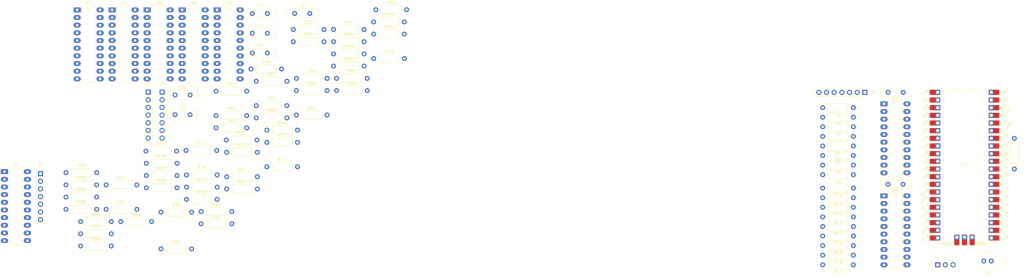
<source format=kicad_pcb>
(kicad_pcb (version 20211014) (generator pcbnew)
  (layers (0 "F.Cu" signal) (31 "B.Cu" signal) (34 "B.Paste" user) (35 "F.Paste" user) (36 "B.SilkS" user "B.Silkscreen") (37 "F.SilkS" user "F.Silkscreen") (38 "B.Mask" user) (39 "F.Mask" user) (44 "Edge.Cuts" user))
  (net 0 "")
  (net 1 "+5V")
  (net 2 "GND")
  (net 3 "/R1")
  (net 4 "/G1")
  (net 5 "/B1")
  (net 6 "/V1")
  (net 7 "/H1")
  (net 9 "/R2")
  (net 10 "/G2")
  (net 11 "/B2")
  (net 12 "/V2")
  (net 13 "/H2")
  (net 15 "/R3")
  (net 16 "/G3")
  (net 17 "/B3")
  (net 18 "/V3")
  (net 19 "/H3")
  (net 21 "/R4")
  (net 22 "/G4")
  (net 23 "/B4")
  (net 24 "/V4")
  (net 25 "/H4")
  (net 27 "Net-(R1-Pad1)")
  (net 28 "+3V3")
  (net 29 "Net-(R2-Pad1)")
  (net 30 "Net-(R3-Pad1)")
  (net 31 "Net-(R4-Pad1)")
  (net 32 "Net-(R5-Pad1)")
  (net 33 "Net-(R6-Pad1)")
  (net 34 "Net-(R7-Pad1)")
  (net 35 "Net-(R8-Pad1)")
  (net 36 "Net-(R9-Pad1)")
  (net 37 "Net-(R10-Pad1)")
  (net 38 "Net-(R11-Pad1)")
  (net 39 "Net-(R12-Pad1)")
  (net 40 "Net-(R13-Pad1)")
  (net 41 "Net-(R14-Pad1)")
  (net 42 "Net-(R15-Pad1)")
  (net 43 "Net-(R16-Pad1)")
  (net 44 "/VSYNC")
  (net 45 "/HSYNC")
  (net 46 "Net-(R19-Pad1)")
  (net 47 "Net-(R20-Pad1)")
  (net 48 "Net-(R21-Pad1)")
  (net 49 "Net-(R22-Pad1)")
  (net 50 "Net-(R23-Pad1)")
  (net 51 "Net-(R24-Pad1)")
  (net 52 "Net-(R25-Pad1)")
  (net 53 "Net-(R26-Pad1)")
  (net 54 "Net-(R27-Pad1)")
  (net 55 "Net-(R28-Pad1)")
  (net 56 "Net-(R29-Pad1)")
  (net 57 "Net-(R30-Pad1)")
  (net 58 "Net-(R31-Pad1)")
  (net 59 "Net-(R32-Pad1)")
  (net 60 "Net-(R33-Pad1)")
  (net 61 "Net-(R36-Pad1)")
  (net 62 "Net-(R37-Pad1)")
  (net 63 "Net-(R38-Pad1)")
  (net 64 "Net-(R39-Pad1)")
  (net 65 "Net-(R40-Pad1)")
  (net 66 "Net-(R41-Pad1)")
  (net 67 "Net-(R42-Pad1)")
  (net 68 "Net-(R43-Pad1)")
  (net 69 "Net-(R44-Pad1)")
  (net 70 "Net-(R45-Pad1)")
  (net 71 "Net-(R46-Pad1)")
  (net 72 "Net-(R47-Pad1)")
  (net 73 "Net-(R48-Pad1)")
  (net 74 "Net-(R49-Pad1)")
  (net 75 "Net-(R50-Pad1)")
  (net 76 "Net-(R53-Pad1)")
  (net 77 "Net-(R54-Pad1)")
  (net 78 "Net-(R55-Pad1)")
  (net 79 "Net-(R56-Pad1)")
  (net 80 "Net-(R57-Pad1)")
  (net 81 "Net-(R58-Pad1)")
  (net 82 "Net-(R59-Pad1)")
  (net 83 "Net-(R60-Pad1)")
  (net 84 "Net-(R61-Pad1)")
  (net 85 "Net-(R62-Pad1)")
  (net 86 "Net-(R63-Pad1)")
  (net 87 "Net-(R64-Pad1)")
  (net 88 "Net-(R65-Pad1)")
  (net 89 "Net-(R66-Pad1)")
  (net 90 "Net-(R67-Pad1)")
  (net 91 "/D0")
  (net 92 "/D1")
  (net 93 "/D2")
  (net 94 "/D3")
  (net 95 "/D4")
  (net 96 "/D5")
  (net 97 "/D6")
  (net 98 "/D7")
  (net 99 "/D8")
  (net 100 "/D9")
  (net 101 "/D10")
  (net 102 "/D11")
  (net 103 "/D12")
  (net 104 "/D13")
  (net 105 "/D14")
  (net 107 "/RCK1")
  (net 108 "/RCK2")
  (net 109 "/RCK3")
  (net 110 "/RCK4")
  (footprint "Resistor_THT:R_Axial_DIN0207_L6.3mm_D2.5mm_P10.16mm_Horizontal" (layer "F.Cu") (at 73.66 54.61 180)
    (fp_text reference "R8" (at 5.08 -2.37) (layer "F.SilkS"))
    (fp_text value "4K")
    (pad "1" thru_hole circle (at 0 0 180) (size 1.6 1.6) (drill 0.8) (layers *.Cu *.Mask) (net 35 "Net-(R8-Pad1)"))
    (pad "2" thru_hole oval (at 10.16 0 180) (size 1.6 1.6) (drill 0.8) (layers *.Cu *.Mask) (net 4 "/G1"))
  )
  (footprint "Resistor_THT:R_Axial_DIN0207_L6.3mm_D2.5mm_P10.16mm_Horizontal" (layer "F.Cu") (at -111.93 9.65)
    (fp_text reference "R30" (at 5.08 -2.37) (layer "F.SilkS"))
    (fp_text value "4K")
    (pad "1" thru_hole circle (at 0 0) (size 1.6 1.6) (drill 0.8) (layers *.Cu *.Mask) (net 57 "Net-(R30-Pad1)"))
    (pad "2" thru_hole oval (at 10.16 0) (size 1.6 1.6) (drill 0.8) (layers *.Cu *.Mask) (net 11 "/B2"))
  )
  (footprint "Package_DIP:DIP-20_W7.62mm_LongPads" (layer "F.Cu") (at 83.805 64.77)
    (fp_text reference "U3" (at 3.81 -2.33) (layer "F.SilkS"))
    (fp_text value "74HC374")
    (pad "1" thru_hole rect (at 0 0) (size 2.4 1.6) (drill 0.8) (layers *.Cu *.Mask) (net 2 "GND"))
    (pad "2" thru_hole oval (at 0 2.54) (size 2.4 1.6) (drill 0.8) (layers *.Cu *.Mask) (net 37 "Net-(R10-Pad1)"))
    (pad "3" thru_hole oval (at 0 5.08) (size 2.4 1.6) (drill 0.8) (layers *.Cu *.Mask) (net 99 "/D8"))
    (pad "4" thru_hole oval (at 0 7.62) (size 2.4 1.6) (drill 0.8) (layers *.Cu *.Mask) (net 100 "/D9"))
    (pad "5" thru_hole oval (at 0 10.16) (size 2.4 1.6) (drill 0.8) (layers *.Cu *.Mask) (net 38 "Net-(R11-Pad1)"))
    (pad "6" thru_hole oval (at 0 12.7) (size 2.4 1.6) (drill 0.8) (layers *.Cu *.Mask) (net 39 "Net-(R12-Pad1)"))
    (pad "7" thru_hole oval (at 0 15.24) (size 2.4 1.6) (drill 0.8) (layers *.Cu *.Mask) (net 101 "/D10"))
    (pad "8" thru_hole oval (at 0 17.78) (size 2.4 1.6) (drill 0.8) (layers *.Cu *.Mask) (net 102 "/D11"))
    (pad "9" thru_hole oval (at 0 20.32) (size 2.4 1.6) (drill 0.8) (layers *.Cu *.Mask) (net 40 "Net-(R13-Pad1)"))
    (pad "10" thru_hole oval (at 0 22.86) (size 2.4 1.6) (drill 0.8) (layers *.Cu *.Mask) (net 2 "GND"))
    (pad "11" thru_hole oval (at 7.62 22.86) (size 2.4 1.6) (drill 0.8) (layers *.Cu *.Mask) (net 107 "/RCK1"))
    (pad "12" thru_hole oval (at 7.62 20.32) (size 2.4 1.6) (drill 0.8) (layers *.Cu *.Mask) (net 41 "Net-(R14-Pad1)"))
    (pad "13" thru_hole oval (at 7.62 17.78) (size 2.4 1.6) (drill 0.8) (layers *.Cu *.Mask) (net 103 "/D12"))
    (pad "14" thru_hole oval (at 7.62 15.24) (size 2.4 1.6) (drill 0.8) (layers *.Cu *.Mask) (net 104 "/D13"))
    (pad "15" thru_hole oval (at 7.62 12.7) (size 2.4 1.6) (drill 0.8) (layers *.Cu *.Mask) (net 42 "Net-(R15-Pad1)"))
    (pad "16" thru_hole oval (at 7.62 10.16) (size 2.4 1.6) (drill 0.8) (layers *.Cu *.Mask) (net 43 "Net-(R16-Pad1)"))
    (pad "17" thru_hole oval (at 7.62 7.62) (size 2.4 1.6) (drill 0.8) (layers *.Cu *.Mask) (net 105 "/D14"))
    (pad "18" thru_hole oval (at 7.62 5.08) (size 2.4 1.6) (drill 0.8) (layers *.Cu *.Mask) (net 2 "GND"))
    (pad "19" thru_hole oval (at 7.62 2.54) (size 2.4 1.6) (drill 0.8) (layers *.Cu *.Mask))
    (pad "20" thru_hole oval (at 7.62 0) (size 2.4 1.6) (drill 0.8) (layers *.Cu *.Mask) (net 28 "+3V3"))
  )
  (footprint "Resistor_THT:R_Axial_DIN0207_L6.3mm_D2.5mm_P10.16mm_Horizontal" (layer "F.Cu") (at 73.66 81.28 180)
    (fp_text reference "R16" (at 5.08 -2.37) (layer "F.SilkS"))
    (fp_text value "500R")
    (pad "1" thru_hole circle (at 0 0 180) (size 1.6 1.6) (drill 0.8) (layers *.Cu *.Mask) (net 43 "Net-(R16-Pad1)"))
    (pad "2" thru_hole oval (at 10.16 0 180) (size 1.6 1.6) (drill 0.8) (layers *.Cu *.Mask) (net 5 "/B1"))
  )
  (footprint "Resistor_THT:R_Axial_DIN0207_L6.3mm_D2.5mm_P10.16mm_Horizontal" (layer "F.Cu") (at 73.66 84.455 180)
    (fp_text reference "R18" (at 5.08 -2.37) (layer "F.SilkS"))
    (fp_text value "47R")
    (pad "1" thru_hole circle (at 0 0 180) (size 1.6 1.6) (drill 0.8) (layers *.Cu *.Mask) (net 45 "/HSYNC"))
    (pad "2" thru_hole oval (at 10.16 0 180) (size 1.6 1.6) (drill 0.8) (layers *.Cu *.Mask) (net 7 "/H1"))
  )
  (footprint "Resistor_THT:R_Axial_DIN0207_L6.3mm_D2.5mm_P10.16mm_Horizontal" (layer "F.Cu") (at -134.02 50.35)
    (fp_text reference "R22" (at 5.08 -2.37) (layer "F.SilkS"))
    (fp_text value "1K")
    (pad "1" thru_hole circle (at 0 0) (size 1.6 1.6) (drill 0.8) (layers *.Cu *.Mask) (net 49 "Net-(R22-Pad1)"))
    (pad "2" thru_hole oval (at 10.16 0) (size 1.6 1.6) (drill 0.8) (layers *.Cu *.Mask) (net 9 "/R2"))
  )
  (footprint "Resistor_THT:R_Axial_DIN0207_L6.3mm_D2.5mm_P10.16mm_Horizontal" (layer "F.Cu") (at 73.66 51.435 180)
    (fp_text reference "R7" (at 5.08 -2.37) (layer "F.SilkS"))
    (fp_text value "8K")
    (pad "1" thru_hole circle (at 0 0 180) (size 1.6 1.6) (drill 0.8) (layers *.Cu *.Mask) (net 34 "Net-(R7-Pad1)"))
    (pad "2" thru_hole oval (at 10.16 0 180) (size 1.6 1.6) (drill 0.8) (layers *.Cu *.Mask) (net 4 "/G1"))
  )
  (footprint "Capacitor_THT:C_Disc_D10.0mm_W2.5mm_P5.00mm" (layer "F.Cu") (at -111.48 4.35)
    (fp_text reference "C5" (at 2.5 -2.5) (layer "F.SilkS"))
    (fp_text value "100nF")
    (pad "1" thru_hole circle (at 0 0) (size 1.6 1.6) (drill 0.8) (layers *.Cu *.Mask) (net 1 "+5V"))
    (pad "2" thru_hole circle (at 5 0) (size 1.6 1.6) (drill 0.8) (layers *.Cu *.Mask) (net 2 "GND"))
  )
  (footprint "Resistor_THT:R_Axial_DIN0207_L6.3mm_D2.5mm_P10.16mm_Horizontal" (layer "F.Cu") (at -111.93 13.7)
    (fp_text reference "R42" (at 5.08 -2.37) (layer "F.SilkS"))
    (fp_text value "4K")
    (pad "1" thru_hole circle (at 0 0) (size 1.6 1.6) (drill 0.8) (layers *.Cu *.Mask) (net 67 "Net-(R42-Pad1)"))
    (pad "2" thru_hole oval (at 10.16 0) (size 1.6 1.6) (drill 0.8) (layers *.Cu *.Mask) (net 16 "/G3"))
  )
  (footprint "Package_DIP:DIP-20_W7.62mm_LongPads" (layer "F.Cu") (at -160.38 3.15)
    (fp_text reference "U8" (at 3.81 -2.33) (layer "F.SilkS"))
    (fp_text value "74HC374")
    (pad "1" thru_hole rect (at 0 0) (size 2.4 1.6) (drill 0.8) (layers *.Cu *.Mask) (net 2 "GND"))
    (pad "2" thru_hole oval (at 0 2.54) (size 2.4 1.6) (drill 0.8) (layers *.Cu *.Mask) (net 76 "Net-(R53-Pad1)"))
    (pad "3" thru_hole oval (at 0 5.08) (size 2.4 1.6) (drill 0.8) (layers *.Cu *.Mask) (net 91 "/D0"))
    (pad "4" thru_hole oval (at 0 7.62) (size 2.4 1.6) (drill 0.8) (layers *.Cu *.Mask) (net 92 "/D1"))
    (pad "5" thru_hole oval (at 0 10.16) (size 2.4 1.6) (drill 0.8) (layers *.Cu *.Mask) (net 77 "Net-(R54-Pad1)"))
    (pad "6" thru_hole oval (at 0 12.7) (size 2.4 1.6) (drill 0.8) (layers *.Cu *.Mask) (net 78 "Net-(R55-Pad1)"))
    (pad "7" thru_hole oval (at 0 15.24) (size 2.4 1.6) (drill 0.8) (layers *.Cu *.Mask) (net 93 "/D2"))
    (pad "8" thru_hole oval (at 0 17.78) (size 2.4 1.6) (drill 0.8) (layers *.Cu *.Mask) (net 94 "/D3"))
    (pad "9" thru_hole oval (at 0 20.32) (size 2.4 1.6) (drill 0.8) (layers *.Cu *.Mask) (net 79 "Net-(R56-Pad1)"))
    (pad "10" thru_hole oval (at 0 22.86) (size 2.4 1.6) (drill 0.8) (layers *.Cu *.Mask) (net 2 "GND"))
    (pad "11" thru_hole oval (at 7.62 22.86) (size 2.4 1.6) (drill 0.8) (layers *.Cu *.Mask) (net 110 "/RCK4"))
    (pad "12" thru_hole oval (at 7.62 20.32) (size 2.4 1.6) (drill 0.8) (layers *.Cu *.Mask) (net 80 "Net-(R57-Pad1)"))
    (pad "13" thru_hole oval (at 7.62 17.78) (size 2.4 1.6) (drill 0.8) (layers *.Cu *.Mask) (net 95 "/D4"))
    (pad "14" thru_hole oval (at 7.62 15.24) (size 2.4 1.6) (drill 0.8) (layers *.Cu *.Mask) (net 96 "/D5"))
    (pad "15" thru_hole oval (at 7.62 12.7) (size 2.4 1.6) (drill 0.8) (layers *.Cu *.Mask) (net 81 "Net-(R58-Pad1)"))
    (pad "16" thru_hole oval (at 7.62 10.16) (size 2.4 1.6) (drill 0.8) (layers *.Cu *.Mask) (net 82 "Net-(R59-Pad1)"))
    (pad "17" thru_hole oval (at 7.62 7.62) (size 2.4 1.6) (drill 0.8) (layers *.Cu *.Mask) (net 97 "/D6"))
    (pad "18" thru_hole oval (at 7.62 5.08) (size 2.4 1.6) (drill 0.8) (layers *.Cu *.Mask) (net 98 "/D7"))
    (pad "19" thru_hole oval (at 7.62 2.54) (size 2.4 1.6) (drill 0.8) (layers *.Cu *.Mask) (net 83 "Net-(R60-Pad1)"))
    (pad "20" thru_hole oval (at 7.62 0) (size 2.4 1.6) (drill 0.8) (layers *.Cu *.Mask) (net 28 "+3V3"))
  )
  (footprint "Connector_PinSocket_2.54mm:PinSocket_1x07_P2.54mm_Vertical" (layer "F.Cu") (at -160.03 30.4)
    (fp_text reference "J2" (at 0 -2.77) (layer "F.SilkS"))
    (fp_text value "VGA2")
    (pad "1" thru_hole rect (at 0 0) (size 1.7 1.7) (drill 1) (layers *.Cu *.Mask) (net 9 "/R2"))
    (pad "2" thru_hole oval (at 0 2.54) (size 1.7 1.7) (drill 1) (layers *.Cu *.Mask) (net 10 "/G2"))
    (pad "3" thru_hole oval (at 0 5.08) (size 1.7 1.7) (drill 1) (layers *.Cu *.Mask) (net 11 "/B2"))
    (pad "4" thru_hole oval (at 0 7.62) (size 1.7 1.7) (drill 1) (layers *.Cu *.Mask) (net 12 "/V2"))
    (pad "5" thru_hole oval (at 0 10.16) (size 1.7 1.7) (drill 1) (layers *.Cu *.Mask) (net 13 "/H2"))
    (pad "6" thru_hole oval (at 0 12.7) (size 1.7 1.7) (drill 1) (layers *.Cu *.Mask) (net 2 "GND"))
    (pad "7" thru_hole oval (at 0 15.24) (size 1.7 1.7) (drill 1) (layers *.Cu *.Mask))
  )
  (footprint "Resistor_THT:R_Axial_DIN0207_L6.3mm_D2.5mm_P10.16mm_Horizontal" (layer "F.Cu") (at 73.66 35.56 180)
    (fp_text reference "R2" (at 5.08 -2.37) (layer "F.SilkS"))
    (fp_text value "8K")
    (pad "1" thru_hole circle (at 0 0 180) (size 1.6 1.6) (drill 0.8) (layers *.Cu *.Mask) (net 29 "Net-(R2-Pad1)"))
    (pad "2" thru_hole oval (at 10.16 0 180) (size 1.6 1.6) (drill 0.8) (layers *.Cu *.Mask) (net 3 "/R1"))
  )
  (footprint "Package_DIP:DIP-20_W7.62mm_LongPads" (layer "F.Cu") (at -148.78 3.15)
    (fp_text reference "U6" (at 3.81 -2.33) (layer "F.SilkS"))
    (fp_text value "74HC374")
    (pad "1" thru_hole rect (at 0 0) (size 2.4 1.6) (drill 0.8) (layers *.Cu *.Mask) (net 2 "GND"))
    (pad "2" thru_hole oval (at 0 2.54) (size 2.4 1.6) (drill 0.8) (layers *.Cu *.Mask) (net 61 "Net-(R36-Pad1)"))
    (pad "3" thru_hole oval (at 0 5.08) (size 2.4 1.6) (drill 0.8) (layers *.Cu *.Mask) (net 91 "/D0"))
    (pad "4" thru_hole oval (at 0 7.62) (size 2.4 1.6) (drill 0.8) (layers *.Cu *.Mask) (net 92 "/D1"))
    (pad "5" thru_hole oval (at 0 10.16) (size 2.4 1.6) (drill 0.8) (layers *.Cu *.Mask) (net 62 "Net-(R37-Pad1)"))
    (pad "6" thru_hole oval (at 0 12.7) (size 2.4 1.6) (drill 0.8) (layers *.Cu *.Mask) (net 63 "Net-(R38-Pad1)"))
    (pad "7" thru_hole oval (at 0 15.24) (size 2.4 1.6) (drill 0.8) (layers *.Cu *.Mask) (net 93 "/D2"))
    (pad "8" thru_hole oval (at 0 17.78) (size 2.4 1.6) (drill 0.8) (layers *.Cu *.Mask) (net 94 "/D3"))
    (pad "9" thru_hole oval (at 0 20.32) (size 2.4 1.6) (drill 0.8) (layers *.Cu *.Mask) (net 64 "Net-(R39-Pad1)"))
    (pad "10" thru_hole oval (at 0 22.86) (size 2.4 1.6) (drill 0.8) (layers *.Cu *.Mask) (net 2 "GND"))
    (pad "11" thru_hole oval (at 7.62 22.86) (size 2.4 1.6) (drill 0.8) (layers *.Cu *.Mask) (net 109 "/RCK3"))
    (pad "12" thru_hole oval (at 7.62 20.32) (size 2.4 1.6) (drill 0.8) (layers *.Cu *.Mask) (net 65 "Net-(R40-Pad1)"))
    (pad "13" thru_hole oval (at 7.62 17.78) (size 2.4 1.6) (drill 0.8) (layers *.Cu *.Mask) (net 95 "/D4"))
    (pad "14" thru_hole oval (at 7.62 15.24) (size 2.4 1.6) (drill 0.8) (layers *.Cu *.Mask) (net 96 "/D5"))
    (pad "15" thru_hole oval (at 7.62 12.7) (size 2.4 1.6) (drill 0.8) (layers *.Cu *.Mask) (net 66 "Net-(R41-Pad1)"))
    (pad "16" thru_hole oval (at 7.62 10.16) (size 2.4 1.6) (drill 0.8) (layers *.Cu *.Mask) (net 67 "Net-(R42-Pad1)"))
    (pad "17" thru_hole oval (at 7.62 7.62) (size 2.4 1.6) (drill 0.8) (layers *.Cu *.Mask) (net 97 "/D6"))
    (pad "18" thru_hole oval (at 7.62 5.08) (size 2.4 1.6) (drill 0.8) (layers *.Cu *.Mask) (net 98 "/D7"))
    (pad "19" thru_hole oval (at 7.62 2.54) (size 2.4 1.6) (drill 0.8) (layers *.Cu *.Mask) (net 68 "Net-(R43-Pad1)"))
    (pad "20" thru_hole oval (at 7.62 0) (size 2.4 1.6) (drill 0.8) (layers *.Cu *.Mask) (net 28 "+3V3"))
  )
  (footprint "Resistor_THT:R_Axial_DIN0207_L6.3mm_D2.5mm_P10.16mm_Horizontal" (layer "F.Cu") (at -85.31 19.3)
    (fp_text reference "R46" (at 5.08 -2.37) (layer "F.SilkS"))
    (fp_text value "8K")
    (pad "1" thru_hole circle (at 0 0) (size 1.6 1.6) (drill 0.8) (layers *.Cu *.Mask) (net 71 "Net-(R46-Pad1)"))
    (pad "2" thru_hole oval (at 10.16 0) (size 1.6 1.6) (drill 0.8) (layers *.Cu *.Mask) (net 17 "/B3"))
  )
  (footprint "MCU_RaspberryPi_and_Boards:RPi_Pico_SMD_TH" (layer "F.Cu") (at 110.49 54.61)
    (fp_text reference "U1" (at 0 0) (layer "F.SilkS"))
    (fp_text value "Pico")
    (fp_text user "ADC_VREF" (at 14 -12.5 45) (layer "F.SilkS") (effects (font (size 0.8 0.8))))
    (fp_text user "GP13" (at -13.054 16.51 45) (layer "F.SilkS") (effects (font (size 0.8 0.8))))
    (fp_text user "GP21" (at 13.054 8.9 45) (layer "F.SilkS") (effects (font (size 0.8 0.8))))
    (fp_text user "GND" (at 12.8 -19.05 45) (layer "F.SilkS") (effects (font (size 0.8 0.8))))
    (fp_text user "GP16" (at 13.054 24.13 45) (layer "F.SilkS") (effects (font (size 0.8 0.8))))
    (fp_text user "VSYS" (at 13.2 -21.59 45) (layer "F.SilkS") (effects (font (size 0.8 0.8))))
    (fp_text user "GP12" (at -13.2 13.97 45) (layer "F.SilkS") (effects (font (size 0.8 0.8))))
    (fp_text user "GND" (at -12.8 19.05 45) (layer "F.SilkS") (effects (font (size 0.8 0.8))))
    (fp_text user "GP28" (at 13.054 -9.144 45) (layer "F.SilkS") (effects (font (size 0.8 0.8))))
    (fp_text user "SWCLK" (at -5.7 26.2) (layer "F.SilkS") (effects (font (size 0.8 0.8))))
    (fp_text user "GP6" (at -12.8 -3.81 45) (layer "F.SilkS") (effects (font (size 0.8 0.8))))
    (fp_text user "GP0" (at -12.8 -24.13 45) (layer "F.SilkS") (effects (font (size 0.8 0.8))))
    (fp_text user "SWDIO" (at 5.6 26.2) (layer "F.SilkS") (effects (font (size 0.8 0.8))))
    (fp_text user "GND" (at -12.8 6.35 45) (layer "F.SilkS") (effects (font (size 0.8 0.8))))
    (fp_text user "GP9" (at -12.8 3.81 45) (layer "F.SilkS") (effects (font (size 0.8 0.8))))
    (fp_text user "3V3" (at 12.9 -13.9 45) (layer "F.SilkS") (effects (font (size 0.8 0.8))))
    (fp_text user "GP26" (at 13.054 -1.27 45) (layer "F.SilkS") (effects (font (size 0.8 0.8))))
    (fp_text user "GP27" (at 13.054 -3.8 45) (layer "F.SilkS") (effects (font (size 0.8 0.8))))
    (fp_text user "GP19" (at 13.054 13.97 45) (layer "F.SilkS") (effects (font (size 0.8 0.8))))
    (fp_text user "GP22" (at 13.054 3.81 45) (layer "F.SilkS") (effects (font (size 0.8 0.8))))
    (fp_text user "3V3_EN" (at 13.7 -17.2 45) (layer "F.SilkS") (effects (font (size 0.8 0.8))))
    (fp_text user "GP11" (at -13.2 11.43 45) (layer "F.SilkS") (effects (font (size 0.8 0.8))))
    (fp_text user "GP15" (at -13.054 24.13 45) (layer "F.SilkS") (effects (font (size 0.8 0.8))))
    (fp_text user "RUN" (at 13 1.27 45) (layer "F.SilkS") (effects (font (size 0.8 0.8))))
    (fp_text user "GND" (at -12.8 -19.05 45) (layer "F.SilkS") (effects (font (size 0.8 0.8))))
    (fp_text user "GP10" (at -13.054 8.89 45) (layer "F.SilkS") (effects (font (size 0.8 0.8))))
    (fp_text user "VBUS" (at 13.3 -24.2 45) (layer "F.SilkS") (effects (font (size 0.8 0.8))))
    (fp_text user "GP5" (at -12.8 -8.89 45) (layer "F.SilkS") (effects (font (size 0.8 0.8))))
    (fp_text user "GP17" (at 13.054 21.59 45) (layer "F.SilkS") (effects (font (size 0.8 0.8))))
    (fp_text user "GP4" (at -12.8 -11.43 45) (layer "F.SilkS") (effects (font (size 0.8 0.8))))
    (fp_text user "GP20" (at 13.054 11.43 45) (layer "F.SilkS") (effects (font (size 0.8 0.8))))
    (fp_text user "GP2" (at -12.9 -16.51 45) (layer "F.SilkS") (effects (font (size 0.8 0.8))))
    (fp_text user "GP18" (at 13.054 16.51 45) (layer "F.SilkS") (effects (font (size 0.8 0.8))))
    (fp_text user "GP3" (at -12.8 -13.97 45) (layer "F.SilkS") (effects (font (size 0.8 0.8))))
    (fp_text user "AGND" (at 13.054 -6.35 45) (layer "F.SilkS") (effects (font (size 0.8 0.8))))
    (fp_text user "GND" (at -12.8 -6.35 45) (layer "F.SilkS") (effects (font (size 0.8 0.8))))
    (fp_text user "GP7" (at -12.7 -1.3 45) (layer "F.SilkS") (effects (font (size 0.8 0.8))))
    (fp_text user "GP1" (at -12.9 -21.6 45) (layer "F.SilkS") (effects (font (size 0.8 0.8))))
    (fp_text user "GND" (at 12.8 19.05 45) (layer "F.SilkS") (effects (font (size 0.8 0.8))))
    (fp_text user "GND" (at 12.8 6.35 45) (layer "F.SilkS") (effects (font (size 0.8 0.8))))
    (fp_text user "GP14" (at -13.1 21.59 45) (layer "F.SilkS") (effects (font (size 0.8 0.8))))
    (fp_text user "GP8" (at -12.8 1.27 45) (layer "F.SilkS") (effects (font (size 0.8 0.8))))
    (pad "" np_thru_hole oval locked (at 2.725 -24) (size 1.8 1.8) (drill 1.8) (layers *.Cu *.Mask))
    (pad "" np_thru_hole oval locked (at -2.725 -24) (size 1.8 1.8) (drill 1.8) (layers *.Cu *.Mask))
    (pad "" np_thru_hole oval locked (at -2.425 -20.97) (size 1.5 1.5) (drill 1.5) (layers *.Cu *.Mask))
    (pad "" np_thru_hole oval locked (at 2.425 -20.97) (size 1.5 1.5) (drill 1.5) (layers *.Cu *.Mask))
    (pad "1" thru_hole oval locked (at -8.89 -24.13) (size 1.7 1.7) (drill 1.02) (layers *.Cu *.Mask) (net 91 "/D0"))
    (pad "1" smd rect locked (at -8.89 -24.13) (size 3.5 1.7) (drill (offset -0.9 0)) (layers "F.Cu" "F.Mask") (net 91 "/D0"))
    (pad "2" thru_hole oval locked (at -8.89 -21.59) (size 1.7 1.7) (drill 1.02) (layers *.Cu *.Mask) (net 92 "/D1"))
    (pad "2" smd rect locked (at -8.89 -21.59) (size 3.5 1.7) (drill (offset -0.9 0)) (layers "F.Cu" "F.Mask") (net 92 "/D1"))
    (pad "3" thru_hole rect locked (at -8.89 -19.05) (size 1.7 1.7) (drill 1.02) (layers *.Cu *.Mask) (net 2 "GND"))
    (pad "3" smd rect locked (at -8.89 -19.05) (size 3.5 1.7) (drill (offset -0.9 0)) (layers "F.Cu" "F.Mask") (net 2 "GND"))
    (pad "4" thru_hole oval locked (at -8.89 -16.51) (size 1.7 1.7) (drill 1.02) (layers *.Cu *.Mask) (net 93 "/D2"))
    (pad "4" smd rect locked (at -8.89 -16.51) (size 3.5 1.7) (drill (offset -0.9 0)) (layers "F.Cu" "F.Mask") (net 93 "/D2"))
    (pad "5" smd rect locked (at -8.89 -13.97) (size 3.5 1.7) (drill (offset -0.9 0)) (layers "F.Cu" "F.Mask") (net 94 "/D3"))
    (pad "5" thru_hole oval locked (at -8.89 -13.97) (size 1.7 1.7) (drill 1.02) (layers *.Cu *.Mask) (net 94 "/D3"))
    (pad "6" thru_hole oval locked (at -8.89 -11.43) (size 1.7 1.7) (drill 1.02) (layers *.Cu *.Mask) (net 95 "/D4"))
    (pad "6" smd rect locked (at -8.89 -11.43) (size 3.5 1.7) (drill (offset -0.9 0)) (layers "F.Cu" "F.Mask") (net 95 "/D4"))
    (pad "7" thru_hole oval locked (at -8.89 -8.89) (size 1.7 1.7) (drill 1.02) (layers *.Cu *.Mask) (net 96 "/D5"))
    (pad "7" smd rect locked (at -8.89 -8.89) (size 3.5 1.7) (drill (offset -0.9 0)) (layers "F.Cu" "F.Mask") (net 96 "/D5"))
    (pad "8" thru_hole rect locked (at -8.89 -6.35) (size 1.7 1.7) (drill 1.02) (layers *.Cu *.Mask) (net 2 "GND"))
    (pad "8" smd rect locked (at -8.89 -6.35) (size 3.5 1.7) (drill (offset -0.9 0)) (layers "F.Cu" "F.Mask") (net 2 "GND"))
    (pad "9" smd rect locked (at -8.89 -3.81) (size 3.5 1.7) (drill (offset -0.9 0)) (layers "F.Cu" "F.Mask") (net 97 "/D6"))
    (pad "9" thru_hole oval locked (at -8.89 -3.81) (size 1.7 1.7) (drill 1.02) (layers *.Cu *.Mask) (net 97 "/D6"))
    (pad "10" smd rect locked (at -8.89 -1.27) (size 3.5 1.7) (drill (offset -0.9 0)) (layers "F.Cu" "F.Mask") (net 98 "/D7"))
    (pad "10" thru_hole oval locked (at -8.89 -1.27) (size 1.7 1.7) (drill 1.02) (layers *.Cu *.Mask) (net 98 "/D7"))
    (pad "11" thru_hole oval locked (at -8.89 1.27) (size 1.7 1.7) (drill 1.02) (layers *.Cu *.Mask) (net 99 "/D8"))
    (pad "11" smd rect locked (at -8.89 1.27) (size 3.5 1.7) (drill (offset -0.9 0)) (layers "F.Cu" "F.Mask") (net 99 "/D8"))
    (pad "12" thru_hole oval locked (at -8.89 3.81) (size 1.7 1.7) (drill 1.02) (layers *.Cu *.Mask) (net 100 "/D9"))
    (pad "12" smd rect locked (at -8.89 3.81) (size 3.5 1.7) (drill (offset -0.9 0)) (layers "F.Cu" "F.Mask") (net 100 "/D9"))
    (pad "13" smd rect locked (at -8.89 6.35) (size 3.5 1.7) (drill (offset -0.9 0)) (layers "F.Cu" "F.Mask") (net 2 "GND"))
    (pad "13" thru_hole rect locked (at -8.89 6.35) (size 1.7 1.7) (drill 1.02) (layers *.Cu *.Mask) (net 2 "GND"))
    (pad "14" smd rect locked (at -8.89 8.89) (size 3.5 1.7) (drill (offset -0.9 0)) (layers "F.Cu" "F.Mask") (net 101 "/D10"))
    (pad "14" thru_hole oval locked (at -8.89 8.89) (size 1.7 1.7) (drill 1.02) (layers *.Cu *.Mask) (net 101 "/D10"))
    (pad "15" smd rect locked (at -8.89 11.43) (size 3.5 1.7) (drill (offset -0.9 0)) (layers "F.Cu" "F.Mask") (net 102 "/D11"))
    (pad "15" thru_hole oval locked (at -8.89 11.43) (size 1.7 1.7) (drill 1.02) (layers *.Cu *.Mask) (net 102 "/D11"))
    (pad "16" smd rect locked (at -8.89 13.97) (size 3.5 1.7) (drill (offset -0.9 0)) (layers "F.Cu" "F.Mask") (net 103 "/D12"))
    (pad "16" thru_hole oval locked (at -8.89 13.97) (size 1.7 1.7) (drill 1.02) (layers *.Cu *.Mask) (net 103 "/D12"))
    (pad "17" thru_hole oval locked (at -8.89 16.51) (size 1.7 1.7) (drill 1.02) (layers *.Cu *.Mask) (net 104 "/D13"))
    (pad "17" smd rect locked (at -8.89 16.51) (size 3.5 1.7) (drill (offset -0.9 0)) (layers "F.Cu" "F.Mask") (net 104 "/D13"))
    (pad "18" thru_hole rect locked (at -8.89 19.05) (size 1.7 1.7) (drill 1.02) (layers *.Cu *.Mask) (net 2 "GND"))
    (pad "18" smd rect locked (at -8.89 19.05) (size 3.5 1.7) (drill (offset -0.9 0)) (layers "F.Cu" "F.Mask") (net 2 "GND"))
    (pad "19" smd rect locked (at -8.89 21.59) (size 3.5 1.7) (drill (offset -0.9 0)) (layers "F.Cu" "F.Mask") (net 105 "/D14"))
    (pad "19" thru_hole oval locked (at -8.89 21.59) (size 1.7 1.7) (drill 1.02) (layers *.Cu *.Mask) (net 105 "/D14"))
    (pad "20" thru_hole oval locked (at -8.89 24.13) (size 1.7 1.7) (drill 1.02) (layers *.Cu *.Mask))
    (pad "20" smd rect locked (at -8.89 24.13) (size 3.5 1.7) (drill (offset -0.9 0)) (layers "F.Cu" "F.Mask"))
    (pad "21" thru_hole oval locked (at 8.89 24.13) (size 1.7 1.7) (drill 1.02) (layers *.Cu *.Mask) (net 44 "/VSYNC"))
    (pad "21" smd rect locked (at 8.89 24.13) (size 3.5 1.7) (drill (offset 0.9 0)) (layers "F.Cu" "F.Mask") (net 44 "/VSYNC"))
    (pad "22" smd rect locked (at 8.89 21.59) (size 3.5 1.7) (drill (offset 0.9 0)) (layers "F.Cu" "F.Mask") (net 45 "/HSYNC"))
    (pad "22" thru_hole oval locked (at 8.89 21.59) (size 1.7 1.7) (drill 1.02) (layers *.Cu *.Mask) (net 45 "/HSYNC"))
    (pad "23" smd rect locked (at 8.89 19.05) (size 3.5 1.7) (drill (offset 0.9 0)) (layers "F.Cu" "F.Mask") (net 2 "GND"))
    (pad "23" thru_hole rect locked (at 8.89 19.05) (size 1.7 1.7) (drill 1.02) (layers *.Cu *.Mask) (net 2 "GND"))
    (pad "24" thru_hole oval locked (at 8.89 16.51) (size 1.7 1.7) (drill 1.02) (layers *.Cu *.Mask) (net 107 "/RCK1"))
    (pad "24" smd rect locked (at 8.89 16.51) (size 3.5 1.7) (drill (offset 0.9 0)) (layers "F.Cu" "F.Mask") (net 107 "/RCK1"))
    (pad "25" smd rect locked (at 8.89 13.97) (size 3.5 1.7) (drill (offset 0.9 0)) (layers "F.Cu" "F.Mask") (net 108 "/RCK2"))
    (pad "25" thru_hole oval locked (at 8.89 13.97) (size 1.7 1.7) (drill 1.02) (layers *.Cu *.Mask) (net 108 "/RCK2"))
    (pad "26" smd rect locked (at 8.89 11.43) (size 3.5 1.7) (drill (offset 0.9 0)) (layers "F.Cu" "F.Mask") (net 109 "/RCK3"))
    (pad "26" thru_hole oval locked (at 8.89 11.43) (size 1.7 1.7) (drill 1.02) (layers *.Cu *.Mask) (net 109 "/RCK3"))
    (pad "27" smd rect locked (at 8.89 8.89) (size 3.5 1.7) (drill (offset 0.9 0)) (layers "F.Cu" "F.Mask") (net 110 "/RCK4"))
    (pad "27" thru_hole oval locked (at 8.89 8.89) (size 1.7 1.7) (drill 1.02) (layers *.Cu *.Mask) (net 110 "/RCK4"))
    (pad "28" smd rect locked (at 8.89 6.35) (size 3.5 1.7) (drill (offset 0.9 0)) (layers "F.Cu" "F.Mask") (net 2 "GND"))
    (pad "28" thru_hole rect locked (at 8.89 6.35) (size 1.7 1.7) (drill 1.02) (layers *.Cu *.Mask) (net 2 "GND"))
    (pad "29" thru_hole oval locked (at 8.89 3.81) (size 1.7 1.7) (drill 1.02) (layers *.Cu *.Mask))
    (pad "29" smd rect locked (at 8.89 3.81) (size 3.5 1.7) (drill (offset 0.9 0)) (layers "F.Cu" "F.Mask"))
    (pad "30" smd rect locked (at 8.89 1.27) (size 3.5 1.7) (drill (offset 0.9 0)) (layers "F.Cu" "F.Mask") (net 27 "Net-(R1-Pad1)"))
    (pad "30" thru_hole oval locked (at 8.89 1.27) (size 1.7 1.7) (drill 1.02) (layers *.Cu *.Mask) (net 27 "Net-(R1-Pad1)"))
    (pad "31" thru_hole oval locked (at 8.89 -1.27) (size 1.7 1.7) (drill 1.02) (layers *.Cu *.Mask))
    (pad "31" smd rect locked (at 8.89 -1.27) (size 3.5 1.7) (drill (offset 0.9 0)) (layers "F.Cu" "F.Mask"))
    (pad "32" smd rect locked (at 8.89 -3.81) (size 3.5 1.7) (drill (offset 0.9 0)) (layers "F.Cu" "F.Mask"))
    (pad "32" thru_hole oval locked (at 8.89 -3.81) (size 1.7 1.7) (drill 1.02) (layers *.Cu *.Mask))
    (pad "33" smd rect locked (at 8.89 -6.35) (size 3.5 1.7) (drill (offset 0.9 0)) (layers "F.Cu" "F.Mask") (net 2 "GND"))
    (pad "33" thru_hole rect locked (at 8.89 -6.35) (size 1.7 1.7) (drill 1.02) (layers *.Cu *.Mask) (net 2 "GND"))
    (pad "34" thru_hole oval locked (at 8.89 -8.89) (size 1.7 1.7) (drill 1.02) (layers *.Cu *.Mask))
    (pad "34" smd rect locked (at 8.89 -8.89) (size 3.5 1.7) (drill (offset 0.9 0)) (layers "F.Cu" "F.Mask"))
    (pad "35" thru_hole oval locked (at 8.89 -11.43) (size 1.7 1.7) (drill 1.02) (layers *.Cu *.Mask))
    (pad "35" smd rect locked (at 8.89 -11.43) (size 3.5 1.7) (drill (offset 0.9 0)) (layers "F.Cu" "F.Mask"))
    (pad "36" smd rect locked (at 8.89 -13.97) (size 3.5 1.7) (drill (offset 0.9 0)) (layers "F.Cu" "F.Mask") (net 28 "+3V3"))
    (pad "36" thru_hole oval locked (at 8.89 -13.97) (size 1.7 1.7) (drill 1.02) (layers *.Cu *.Mask) (net 28 "+3V3"))
    (pad "37" smd rect locked (at 8.89 -16.51) (size 3.5 1.7) (drill (offset 0.9 0)) (layers "F.Cu" "F.Mask"))
    (pad "37" thru_hole oval locked (at 8.89 -16.51) (size 1.7 1.7) (drill 1.02) (layers *.Cu *.Mask))
    (pad "38" thru_hole rect locked (at 8.89 -19.05) (size 1.7 1.7) (drill 1.02) (layers *.Cu *.Mask) (net 2 "GND"))
    (pad "38" smd rect locked (at 8.89 -19.05) (size 3.5 1.7) (drill (offset 0.9 0)) (layers "F.Cu" "F.Mask") (net 2 "GND"))
    (pad "39" thru_hole oval locked (at 8.89 -21.59) (size 1.7 1.7) (drill 1.02) (layers *.Cu *.Mask) (net 1 "+5V"))
    (pad "39" smd rect locked (at 8.89 -21.59) (size 3.5 1.7) (drill (offset 0.9 0)) (layers "F.Cu" "F.Mask") (net 1 "+5V"))
    (pad "40" thru_hole oval locked (at 8.89 -24.13) (size 1.7 1.7) (drill 1.02) (layers *.Cu *.Mask) (net 1 "+5V"))
    (pad "40" smd rect locked (at 8.89 -24.13) (size 3.5 1.7) (drill (offset 0.9 0)) (layers "F.Cu" "F.Mask") (net 1 "+5V"))
    (pad "41" smd rect locked (at -2.54 23.9 90) (size 3.5 1.7) (drill (offset -0.9 0)) (layers "F.Cu" "F.Mask"))
    (pad "41" thru_hole oval locked (at -2.54 23.9) (size 1.7 1.7) (drill 1.02) (layers *.Cu *.Mask))
    (pad "42" smd rect locked (at 0 23.9 90) (size 3.5 1.7) (drill (offset -0.9 0)) (layers "F.Cu" "F.Mask"))
    (pad "42" thru_hole rect locked (at 0 23.9) (size 1.7 1.7) (drill 1.02) (layers *.Cu *.Mask))
    (pad "43" thru_hole oval locked (at 2.54 23.9) (size 1.7 1.7) (drill 1.02) (layers *.Cu *.Mask))
    (pad "43" smd rect locked (at 2.54 23.9 90) (size 3.5 1.7) (drill (offset -0.9 0)) (layers "F.Cu" "F.Mask"))
  )
  (footprint "Resistor_THT:R_Axial_DIN0207_L6.3mm_D2.5mm_P10.16mm_Horizontal" (layer "F.Cu") (at -137.53 38.2)
    (fp_text reference "R65" (at 5.08 -2.37) (layer "F.SilkS"))
    (fp_text value "2K")
    (pad "1" thru_hole circle (at 0 0) (size 1.6 1.6) (drill 0.8) (layers *.Cu *.Mask) (net 88 "Net-(R65-Pad1)"))
    (pad "2" thru_hole oval (at 10.16 0) (size 1.6 1.6) (drill 0.8) (layers *.Cu *.Mask) (net 23 "/B4"))
  )
  (footprint "Resistor_THT:R_Axial_DIN0207_L6.3mm_D2.5mm_P10.16mm_Horizontal" (layer "F.Cu") (at -134.02 58.45)
    (fp_text reference "R52" (at 5.08 -2.37) (layer "F.SilkS"))
    (fp_text value "47R")
    (pad "1" thru_hole circle (at 0 0) (size 1.6 1.6) (drill 0.8) (layers *.Cu *.Mask) (net 45 "/HSYNC"))
    (pad "2" thru_hole oval (at 10.16 0) (size 1.6 1.6) (drill 0.8) (layers *.Cu *.Mask) (net 19 "/H3"))
  )
  (footprint "Capacitor_THT:C_Disc_D10.0mm_W2.5mm_P5.00mm" (layer "F.Cu") (at 90.17 30.48 180)
    (fp_text reference "C1" (at 2.5 -2.5) (layer "F.SilkS"))
    (fp_text value "100nF")
    (pad "1" thru_hole circle (at 0 0 180) (size 1.6 1.6) (drill 0.8) (layers *.Cu *.Mask) (net 1 "+5V"))
    (pad "2" thru_hole circle (at 5 0 180) (size 1.6 1.6) (drill 0.8) (layers *.Cu *.Mask) (net 2 "GND"))
  )
  (footprint "Resistor_THT:R_Axial_DIN0207_L6.3mm_D2.5mm_P10.16mm_Horizontal" (layer "F.Cu") (at -120.71 55.15)
    (fp_text reference "R32" (at 5.08 -2.37) (layer "F.SilkS"))
    (fp_text value "1K")
    (pad "1" thru_hole circle (at 0 0) (size 1.6 1.6) (drill 0.8) (layers *.Cu *.Mask) (net 59 "Net-(R32-Pad1)"))
    (pad "2" thru_hole oval (at 10.16 0) (size 1.6 1.6) (drill 0.8) (layers *.Cu *.Mask) (net 11 "/B2"))
  )
  (footprint "Resistor_THT:R_Axial_DIN0207_L6.3mm_D2.5mm_P10.16mm_Horizontal" (layer "F.Cu") (at -98.62 9.65)
    (fp_text reference "R44" (at 5.08 -2.37) (layer "F.SilkS"))
    (fp_text value "1K")
    (pad "1" thru_hole circle (at 0 0) (size 1.6 1.6) (drill 0.8) (layers *.Cu *.Mask) (net 69 "Net-(R44-Pad1)"))
    (pad "2" thru_hole oval (at 10.16 0) (size 1.6 1.6) (drill 0.8) (layers *.Cu *.Mask) (net 16 "/G3"))
  )
  (footprint "Resistor_THT:R_Axial_DIN0207_L6.3mm_D2.5mm_P10.16mm_Horizontal" (layer "F.Cu") (at -124.22 34.9)
    (fp_text reference "R37" (at 5.08 -2.37) (layer "F.SilkS"))
    (fp_text value "4K")
    (pad "1" thru_hole circle (at 0 0) (size 1.6 1.6) (drill 0.8) (layers *.Cu *.Mask) (net 62 "Net-(R37-Pad1)"))
    (pad "2" thru_hole oval (at 10.16 0) (size 1.6 1.6) (drill 0.8) (layers *.Cu *.Mask) (net 15 "/R3"))
  )
  (footprint "Connector_PinHeader_2.54mm:PinHeader_1x03_P2.54mm_Vertical" (layer "F.Cu") (at 101.615 87.63 90)
    (fp_text reference "J5" (at 0 -2.33 90) (layer "F.SilkS"))
    (fp_text value "PWR")
    (pad "1" thru_hole rect (at 0 0 90) (size 1.7 1.7) (drill 1) (layers *.Cu *.Mask) (net 2 "GND"))
    (pad "2" thru_hole oval (at 0 2.54 90) (size 1.7 1.7) (drill 1) (layers *.Cu *.Mask) (net 1 "+5V"))
    (pad "3" thru_hole oval (at 0 5.08 90) (size 1.7 1.7) (drill 1) (layers *.Cu *.Mask) (net 2 "GND"))
  )
  (footprint "Resistor_THT:R_Axial_DIN0207_L6.3mm_D2.5mm_P10.16mm_Horizontal" (layer "F.Cu") (at -85.31 7.15)
    (fp_text reference "R23" (at 5.08 -2.37) (layer "F.SilkS"))
    (fp_text value "500R")
    (pad "1" thru_hole circle (at 0 0) (size 1.6 1.6) (drill 0.8) (layers *.Cu *.Mask) (net 50 "Net-(R23-Pad1)"))
    (pad "2" thru_hole oval (at 10.16 0) (size 1.6 1.6) (drill 0.8) (layers *.Cu *.Mask) (net 9 "/R2"))
  )
  (footprint "Resistor_THT:R_Axial_DIN0207_L6.3mm_D2.5mm_P10.16mm_Horizontal" (layer "F.Cu") (at -137.53 30.1)
    (fp_text reference "R24" (at 5.08 -2.37) (layer "F.SilkS"))
    (fp_text value "8K")
    (pad "1" thru_hole circle (at 0 0) (size 1.6 1.6) (drill 0.8) (layers *.Cu *.Mask) (net 51 "Net-(R24-Pad1)"))
    (pad "2" thru_hole oval (at 10.16 0) (size 1.6 1.6) (drill 0.8) (layers *.Cu *.Mask) (net 10 "/G2"))
  )
  (footprint "Resistor_THT:R_Axial_DIN0207_L6.3mm_D2.5mm_P10.16mm_Horizontal" (layer "F.Cu") (at 73.66 62.23 180)
    (fp_text reference "R10" (at 5.08 -2.37) (layer "F.SilkS"))
    (fp_text value "1K")
    (pad "1" thru_hole circle (at 0 0 180) (size 1.6 1.6) (drill 0.8) (layers *.Cu *.Mask) (net 37 "Net-(R10-Pad1)"))
    (pad "2" thru_hole oval (at 10.16 0 180) (size 1.6 1.6) (drill 0.8) (layers *.Cu *.Mask) (net 4 "/G1"))
  )
  (footprint "Capacitor_THT:C_Disc_D10.0mm_W2.5mm_P5.00mm" (layer "F.Cu") (at -125.53 4.35)
    (fp_text reference "C7" (at 2.5 -2.5) (layer "F.SilkS"))
    (fp_text value "100nF")
    (pad "1" thru_hole circle (at 0 0) (size 1.6 1.6) (drill 0.8) (layers *.Cu *.Mask) (net 1 "+5V"))
    (pad "2" thru_hole circle (at 5 0) (size 1.6 1.6) (drill 0.8) (layers *.Cu *.Mask) (net 2 "GND"))
  )
  (footprint "Connector_PinSocket_2.54mm:PinSocket_1x07_P2.54mm_Vertical" (layer "F.Cu") (at -155.43 30.4)
    (fp_text reference "J4" (at 0 -2.77) (layer "F.SilkS"))
    (fp_text value "VGA4")
    (pad "1" thru_hole rect (at 0 0) (size 1.7 1.7) (drill 1) (layers *.Cu *.Mask) (net 21 "/R4"))
    (pad "2" thru_hole oval (at 0 2.54) (size 1.7 1.7) (drill 1) (layers *.Cu *.Mask) (net 22 "/G4"))
    (pad "3" thru_hole oval (at 0 5.08) (size 1.7 1.7) (drill 1) (layers *.Cu *.Mask) (net 23 "/B4"))
    (pad "4" thru_hole oval (at 0 7.62) (size 1.7 1.7) (drill 1) (layers *.Cu *.Mask) (net 24 "/V4"))
    (pad "5" thru_hole oval (at 0 10.16) (size 1.7 1.7) (drill 1) (layers *.Cu *.Mask) (net 25 "/H4"))
    (pad "6" thru_hole oval (at 0 12.7) (size 1.7 1.7) (drill 1) (layers *.Cu *.Mask) (net 2 "GND"))
    (pad "7" thru_hole oval (at 0 15.24) (size 1.7 1.7) (drill 1) (layers *.Cu *.Mask))
  )
  (footprint "Resistor_THT:R_Axial_DIN0207_L6.3mm_D2.5mm_P10.16mm_Horizontal" (layer "F.Cu") (at 127 55.88 90)
    (fp_text reference "R1" (at 5.08 -2.37 90) (layer "F.SilkS"))
    (fp_text value "10K")
    (pad "1" thru_hole circle (at 0 0 90) (size 1.6 1.6) (drill 0.8) (layers *.Cu *.Mask) (net 27 "Net-(R1-Pad1)"))
    (pad "2" thru_hole oval (at 10.16 0 90) (size 1.6 1.6) (drill 0.8) (layers *.Cu *.Mask) (net 28 "+3V3"))
  )
  (footprint "Resistor_THT:R_Axial_DIN0207_L6.3mm_D2.5mm_P10.16mm_Horizontal" (layer "F.Cu") (at -85.31 11.2)
    (fp_text reference "R25" (at 5.08 -2.37) (layer "F.SilkS"))
    (fp_text value "4K")
    (pad "1" thru_hole circle (at 0 0) (size 1.6 1.6) (drill 0.8) (layers *.Cu *.Mask) (net 52 "Net-(R25-Pad1)"))
    (pad "2" thru_hole oval (at 10.16 0) (size 1.6 1.6) (drill 0.8) (layers *.Cu *.Mask) (net 10 "/G2"))
  )
  (footprint "Resistor_THT:R_Axial_DIN0207_L6.3mm_D2.5mm_P10.16mm_Horizontal" (layer "F.Cu") (at -98.62 13.7)
    (fp_text reference "R36" (at 5.08 -2.37) (layer "F.SilkS"))
    (fp_text value "8K")
    (pad "1" thru_hole circle (at 0 0) (size 1.6 1.6) (drill 0.8) (layers *.Cu *.Mask) (net 61 "Net-(R36-Pad1)"))
    (pad "2" thru_hole oval (at 10.16 0) (size 1.6 1.6) (drill 0.8) (layers *.Cu *.Mask) (net 15 "/R3"))
  )
  (footprint "Resistor_THT:R_Axial_DIN0207_L6.3mm_D2.5mm_P10.16mm_Horizontal" (layer "F.Cu") (at -187.26 61.15)
    (fp_text reference "R33" (at 5.08 -2.37) (layer "F.SilkS"))
    (fp_text value "500R")
    (pad "1" thru_hole circle (at 0 0) (size 1.6 1.6) (drill 0.8) (layers *.Cu *.Mask) (net 60 "Net-(R33-Pad1)"))
    (pad "2" thru_hole oval (at 10.16 0) (size 1.6 1.6) (drill 0.8) (layers *.Cu *.Mask) (net 11 "/B2"))
  )
  (footprint "Resistor_THT:R_Axial_DIN0207_L6.3mm_D2.5mm_P10.16mm_Horizontal" (layer "F.Cu") (at -182.41 73.3)
    (fp_text reference "R50" (at 5.08 -2.37) (layer "F.SilkS"))
    (fp_text value "500R")
    (pad "1" thru_hole circle (at 0 0) (size 1.6 1.6) (drill 0.8) (layers *.Cu *.Mask) (net 75 "Net-(R50-Pad1)"))
    (pad "2" thru_hole oval (at 10.16 0) (size 1.6 1.6) (drill 0.8) (layers *.Cu *.Mask) (net 17 "/B3"))
  )
  (footprint "Resistor_THT:R_Axial_DIN0207_L6.3mm_D2.5mm_P10.16mm_Horizontal" (layer "F.Cu") (at -98.62 21.8)
    (fp_text reference "R28" (at 5.08 -2.37) (layer "F.SilkS"))
    (fp_text value "500R")
    (pad "1" thru_hole circle (at 0 0) (size 1.6 1.6) (drill 0.8) (layers *.Cu *.Mask) (net 55 "Net-(R28-Pad1)"))
    (pad "2" thru_hole oval (at 10.16 0) (size 1.6 1.6) (drill 0.8) (layers *.Cu *.Mask) (net 10 "/G2"))
  )
  (footprint "Resistor_THT:R_Axial_DIN0207_L6.3mm_D2.5mm_P10.16mm_Horizontal" (layer "F.Cu") (at 73.66 87.63 180)
    (fp_text reference "R17" (at 5.08 -2.37) (layer "F.SilkS"))
    (fp_text value "47R")
    (pad "1" thru_hole circle (at 0 0 180) (size 1.6 1.6) (drill 0.8) (layers *.Cu *.Mask) (net 44 "/VSYNC"))
    (pad "2" thru_hole oval (at 10.16 0 180) (size 1.6 1.6) (drill 0.8) (layers *.Cu *.Mask) (net 6 "/V1"))
  )
  (footprint "Resistor_THT:R_Axial_DIN0207_L6.3mm_D2.5mm_P10.16mm_Horizontal" (layer "F.Cu") (at 73.66 68.58 180)
    (fp_text reference "R12" (at 5.08 -2.37) (layer "F.SilkS"))
    (fp_text value "8K")
    (pad "1" thru_hole circle (at 0 0 180) (size 1.6 1.6) (drill 0.8) (layers *.Cu *.Mask) (net 39 "Net-(R12-Pad1)"))
    (pad "2" thru_hole oval (at 10.16 0 180) (size 1.6 1.6) (drill 0.8) (layers *.Cu *.Mask) (net 5 "/B1"))
  )
  (footprint "Resistor_THT:R_Axial_DIN0207_L6.3mm_D2.5mm_P10.16mm_Horizontal" (layer "F.Cu") (at -142.48 74.05)
    (fp_text reference "R35" (at 5.08 -2.37) (layer "F.SilkS"))
    (fp_text value "47R")
    (pad "1" thru_hole circle (at 0 0) (size 1.6 1.6) (drill 0.8) (layers *.Cu *.Mask) (net 45 "/HSYNC"))
    (pad "2" thru_hole oval (at 10.16 0) (size 1.6 1.6) (drill 0.8) (layers *.Cu *.Mask) (net 13 "/H2"))
  )
  (footprint "Package_DIP:DIP-20_W7.62mm_LongPads" (layer "F.Cu") (at -171.98 3.15)
    (fp_text reference "U5" (at 3.81 -2.33) (layer "F.SilkS"))
    (fp_text value "74HC374")
    (pad "1" thru_hole rect (at 0 0) (size 2.4 1.6) (drill 0.8) (layers *.Cu *.Mask) (net 2 "GND"))
    (pad "2" thru_hole oval (at 0 2.54) (size 2.4 1.6) (drill 0.8) (layers *.Cu *.Mask) (net 54 "Net-(R27-Pad1)"))
    (pad "3" thru_hole oval (at 0 5.08) (size 2.4 1.6) (drill 0.8) (layers *.Cu *.Mask) (net 99 "/D8"))
    (pad "4" thru_hole oval (at 0 7.62) (size 2.4 1.6) (drill 0.8) (layers *.Cu *.Mask) (net 100 "/D9"))
    (pad "5" thru_hole oval (at 0 10.16) (size 2.4 1.6) (drill 0.8) (layers *.Cu *.Mask) (net 55 "Net-(R28-Pad1)"))
    (pad "6" thru_hole oval (at 0 12.7) (size 2.4 1.6) (drill 0.8) (layers *.Cu *.Mask) (net 56 "Net-(R29-Pad1)"))
    (pad "7" thru_hole oval (at 0 15.24) (size 2.4 1.6) (drill 0.8) (layers *.Cu *.Mask) (net 101 "/D10"))
    (pad "8" thru_hole oval (at 0 17.78) (size 2.4 1.6) (drill 0.8) (layers *.Cu *.Mask) (net 102 "/D11"))
    (pad "9" thru_hole oval (at 0 20.32) (size 2.4 1.6) (drill 0.8) (layers *.Cu *.Mask) (net 57 "Net-(R30-Pad1)"))
    (pad "10" thru_hole oval (at 0 22.86) (size 2.4 1.6) (drill 0.8) (layers *.Cu *.Mask) (net 2 "GND"))
    (pad "11" thru_hole oval (at 7.62 22.86) (size 2.4 1.6) (drill 0.8) (layers *.Cu *.Mask) (net 108 "/RCK2"))
    (pad "12" thru_hole oval (at 7.62 20.32) (size 2.4 1.6) (drill 0.8) (layers *.Cu *.Mask) (net 58 "Net-(R31-Pad1)"))
    (pad "13" thru_hole oval (at 7.62 17.78) (size 2.4 1.6) (drill 0.8) (layers *.Cu *.Mask) (net 103 "/D12"))
    (pad "14" thru_hole oval (at 7.62 15.24) (size 2.4 1.6) (drill 0.8) (layers *.Cu *.Mask) (net 104 "/D13"))
    (pad "15" thru_hole oval (at 7.62 12.7) (size 2.4 1.6) (drill 0.8) (layers *.Cu *.Mask) (net 59 "Net-(R32-Pad1)"))
    (pad "16" thru_hole oval (at 7.62 10.16) (size 2.4 1.6) (drill 0.8) (layers *.Cu *.Mask) (net 60 "Net-(R33-Pad1)"))
    (pad "17" thru_hole oval (at 7.62 7.62) (size 2.4 1.6) (drill 0.8) (layers *.Cu *.Mask) (net 105 "/D14"))
    (pad "18" thru_hole oval (at 7.62 5.08) (size 2.4 1.6) (drill 0.8) (layers *.Cu *.Mask) (net 2 "GND"))
    (pad "19" thru_hole oval (at 7.62 2.54) (size 2.4 1.6) (drill 0.8) (layers *.Cu *.Mask))
    (pad "20" thru_hole oval (at 7.62 0) (size 2.4 1.6) (drill 0.8) (layers *.Cu *.Mask) (net 28 "+3V3"))
  )
  (footprint "Resistor_THT:R_Axial_DIN0207_L6.3mm_D2.5mm_P10.16mm_Horizontal" (layer "F.Cu") (at 73.66 48.26 180)
    (fp_text reference "R6" (at 5.08 -2.37) (layer "F.SilkS"))
    (fp_text value "500R")
    (pad "1" thru_hole circle (at 0 0 180) (size 1.6 1.6) (drill 0.8) (layers *.Cu *.Mask) (net 33 "Net-(R6-Pad1)"))
    (pad "2" thru_hole oval (at 10.16 0 180) (size 1.6 1.6) (drill 0.8) (layers *.Cu *.Mask) (net 3 "/R1"))
  )
  (footprint "Resistor_THT:R_Axial_DIN0207_L6.3mm_D2.5mm_P10.16mm_Horizontal" (layer "F.Cu") (at -124.22 26.8)
    (fp_text reference "R29" (at 5.08 -2.37) (layer "F.SilkS"))
    (fp_text value "8K")
    (pad "1" thru_hole circle (at 0 0) (size 1.6 1.6) (drill 0.8) (layers *.Cu *.Mask) (net 56 "Net-(R29-Pad1)"))
    (pad "2" thru_hole oval (at 10.16 0) (size 1.6 1.6) (drill 0.8) (layers *.Cu *.Mask) (net 11 "/B2"))
  )
  (footprint "Resistor_THT:R_Axial_DIN0207_L6.3mm_D2.5mm_P10.16mm_Horizontal" (layer "F.Cu") (at -84.57 3.1)
    (fp_text reference "R63" (at 5.08 -2.37) (layer "F.SilkS"))
    (fp_text value "8K")
    (pad "1" thru_hole circle (at 0 0) (size 1.6 1.6) (drill 0.8) (layers *.Cu *.Mask) (net 86 "Net-(R63-Pad1)"))
    (pad "2" thru_hole oval (at 10.16 0) (size 1.6 1.6) (drill 0.8) (layers *.Cu *.Mask) (net 23 "/B4"))
  )
  (footprint "Resistor_THT:R_Axial_DIN0207_L6.3mm_D2.5mm_P10.16mm_Horizontal" (layer "F.Cu") (at 73.66 45.085 180)
    (fp_text reference "R5" (at 5.08 -7.45) (layer "F.SilkS"))
    (fp_text value "1K")
    (pad "1" thru_hole circle (at 0 0 180) (size 1.6 1.6) (drill 0.8) (layers *.Cu *.Mask) (net 32 "Net-(R5-Pad1)"))
    (pad "2" thru_hole oval (at 10.16 0 180) (size 1.6 1.6) (drill 0.8) (layers *.Cu *.Mask) (net 3 "/R1"))
  )
  (footprint "Resistor_THT:R_Axial_DIN0207_L6.3mm_D2.5mm_P10.16mm_Horizontal" (layer "F.Cu") (at -125.98 22.75)
    (fp_text reference "R48" (at 5.08 -2.37) (layer "F.SilkS"))
    (fp_text value "2K")
    (pad "1" thru_hole circle (at 0 0) (size 1.6 1.6) (drill 0.8) (layers *.Cu *.Mask) (net 73 "Net-(R48-Pad1)"))
    (pad "2" thru_hole oval (at 10.16 0) (size 1.6 1.6) (drill 0.8) (layers *.Cu *.Mask) (net 17 "/B3"))
  )
  (footprint "Connector_PinSocket_2.54mm:PinSocket_1x07_P2.54mm_Vertical" (layer "F.Cu") (at 77.47 30.505 -90)
    (fp_text reference "J1" (at 0 -2.77 90) (layer "F.SilkS"))
    (fp_text value "VGA1")
    (pad "1" thru_hole rect (at 0 0 270) (size 1.7 1.7) (drill 1) (layers *.Cu *.Mask) (net 3 "/R1"))
    (pad "2" thru_hole oval (at 0 2.54 270) (size 1.7 1.7) (drill 1) (layers *.Cu *.Mask) (net 4 "/G1"))
    (pad "3" thru_hole oval (at 0 5.08 270) (size 1.7 1.7) (drill 1) (layers *.Cu *.Mask) (net 5 "/B1"))
    (pad "4" thru_hole oval (at 0 7.62 270) (size 1.7 1.7) (drill 1) (layers *.Cu *.Mask) (net 6 "/V1"))
    (pad "5" thru_hole oval (at 0 10.16 270) (size 1.7 1.7) (drill 1) (layers *.Cu *.Mask) (net 7 "/H1"))
    (pad "6" thru_hole oval (at 0 12.7 270) (size 1.7 1.7) (drill 1) (layers *.Cu *.Mask) (net 2 "GND"))
    (pad "7" thru_hole oval (at 0 15.24 270) (size 1.7 1.7) (drill 1) (layers *.Cu *.Mask))
  )
  (footprint "Package_DIP:DIP-20_W7.62mm_LongPads" (layer "F.Cu") (at -183.58 3.15)
    (fp_text reference "U7" (at 3.81 -2.33) (layer "F.SilkS"))
    (fp_text value "74HC374")
    (pad "1" thru_hole rect (at 0 0) (size 2.4 1.6) (drill 0.8) (layers *.Cu *.Mask) (net 2 "GND"))
    (pad "2" thru_hole oval (at 0 2.54) (size 2.4 1.6) (drill 0.8) (layers *.Cu *.Mask) (net 69 "Net-(R44-Pad1)"))
    (pad "3" thru_hole oval (at 0 5.08) (size 2.4 1.6) (drill 0.8) (layers *.Cu *.Mask) (net 99 "/D8"))
    (pad "4" thru_hole oval (at 0 7.62) (size 2.4 1.6) (drill 0.8) (layers *.Cu *.Mask) (net 100 "/D9"))
    (pad "5" thru_hole oval (at 0 10.16) (size 2.4 1.6) (drill 0.8) (layers *.Cu *.Mask) (net 70 "Net-(R45-Pad1)"))
    (pad "6" thru_hole oval (at 0 12.7) (size 2.4 1.6) (drill 0.8) (layers *.Cu *.Mask) (net 71 "Net-(R46-Pad1)"))
    (pad "7" thru_hole oval (at 0 15.24) (size 2.4 1.6) (drill 0.8) (layers *.Cu *.Mask) (net 101 "/D10"))
    (pad "8" thru_hole oval (at 0 17.78) (size 2.4 1.6) (drill 0.8) (layers *.Cu *.Mask) (net 102 "/D11"))
    (pad "9" thru_hole oval (at 0 20.32) (size 2.4 1.6) (drill 0.8) (layers *.Cu *.Mask) (net 72 "Net-(R47-Pad1)"))
    (pad "10" thru_hole oval (at 0 22.86) (size 2.4 1.6) (drill 0.8) (layers *.Cu *.Mask) (net 2 "GND"))
    (pad "11" thru_hole oval (at 7.62 22.86) (size 2.4 1.6) (drill 0.8) (layers *.Cu *.Mask) (net 109 "/RCK3"))
    (pad "12" thru_hole oval (at 7.62 20.32) (size 2.4 1.6) (drill 0.8) (layers *.Cu *.Mask) (net 73 "Net-(R48-Pad1)"))
    (pad "13" thru_hole oval (at 7.62 17.78) (size 2.4 1.6) (drill 0.8) (layers *.Cu *.Mask) (net 103 "/D12"))
    (pad "14" thru_hole oval (at 7.62 15.24) (size 2.4 1.6) (drill 0.8) (layers *.Cu *.Mask) (net 104 "/D13"))
    (pad "15" thru_hole oval (at 7.62 12.7) (size 2.4 1.6) (drill 0.8) (layers *.Cu *.Mask) (net 74 "Net-(R49-Pad1)"))
    (pad "16" thru_hole oval (at 7.62 10.16) (size 2.4 1.6) (drill 0.8) (layers *.Cu *.Mask) (net 75 "Net-(R50-Pad1)"))
    (pad "17" thru_hole oval (at 7.62 7.62) (size 2.4 1.6) (drill 0.8) (layers *.Cu *.Mask) (net 105 "/D14"))
    (pad "18" thru_hole oval (at 7.62 5.08) (size 2.4 1.6) (drill 0.8) (layers *.Cu *.Mask) (net 2 "GND"))
    (pad "19" thru_hole oval (at 7.62 2.54) (size 2.4 1.6) (drill 0.8) (layers *.Cu *.Mask))
    (pad "20" thru_hole oval (at 7.62 0) (size 2.4 1.6) (drill 0.8) (layers *.Cu *.Mask) (net 28 "+3V3"))
  )
  (footprint "Resistor_THT:R_Axial_DIN0207_L6.3mm_D2.5mm_P10.16mm_Horizontal" (layer "F.Cu") (at -160.64 54)
    (fp_text reference "R19" (at 5.08 -2.37) (layer "F.SilkS"))
    (fp_text value "8K")
    (pad "1" thru_hole circle (at 0 0) (size 1.6 1.6) (drill 0.8) (layers *.Cu *.Mask) (net 46 "Net-(R19-Pad1)"))
    (pad "2" thru_hole oval (at 10.16 0) (size 1.6 1.6) (drill 0.8) (layers *.Cu *.Mask) (net 9 "/R2"))
  )
  (footprint "Resistor_THT:R_Axial_DIN0207_L6.3mm_D2.5mm_P10.16mm_Horizontal" (layer "F.Cu") (at 73.66 65.405 180)
    (fp_text reference "R11" (at 5.08 -2.37) (layer "F.SilkS"))
    (fp_text value "500R")
    (pad "1" thru_hole circle (at 0 0 180) (size 1.6 1.6) (drill 0.8) (layers *.Cu *.Mask) (net 38 "Net-(R11-Pad1)"))
    (pad "2" thru_hole oval (at 10.16 0 180) (size 1.6 1.6) (drill 0.8) (layers *.Cu *.Mask) (net 4 "/G1"))
  )
  (footprint "Resistor_THT:R_Axial_DIN0207_L6.3mm_D2.5mm_P10.16mm_Horizontal" (layer "F.Cu") (at -182.41 77.35)
    (fp_text reference "R67" (at 5.08 -2.37) (layer "F.SilkS"))
    (fp_text value "500R")
    (pad "1" thru_hole circle (at 0 0) (size 1.6 1.6) (drill 0.8) (layers *.Cu *.Mask) (net 90 "Net-(R67-Pad1)"))
    (pad "2" thru_hole oval (at 10.16 0) (size 1.6 1.6) (drill 0.8) (layers *.Cu *.Mask) (net 23 "/B4"))
  )
  (footprint "Resistor_THT:R_Axial_DIN0207_L6.3mm_D2.5mm_P10.16mm_Horizontal" (layer "F.Cu") (at -160.78 49.95)
    (fp_text reference "R47" (at 5.08 -2.37) (layer "F.SilkS"))
    (fp_text value "4K")
    (pad "1" thru_hole circle (at 0 0) (size 1.6 1.6) (drill 0.8) (layers *.Cu *.Mask) (net 72 "Net-(R47-Pad1)"))
    (pad "2" thru_hole oval (at 10.16 0) (size 1.6 1.6) (drill 0.8) (layers *.Cu *.Mask) (net 17 "/B3"))
  )
  (footprint "Capacitor_THT:C_Disc_D10.0mm_W2.5mm_P5.00mm" (layer "F.Cu") (at 90.13 60.96 180)
    (fp_text reference "C2" (at 2.5 -2.5) (layer "F.SilkS"))
    (fp_text value "100nF")
    (pad "1" thru_hole circle (at 0 0 180) (size 1.6 1.6) (drill 0.8) (layers *.Cu *.Mask) (net 1 "+5V"))
    (pad "2" thru_hole circle (at 5 0 180) (size 1.6 1.6) (drill 0.8) (layers *.Cu *.Mask) (net 2 "GND"))
  )
  (footprint "Resistor_THT:R_Axial_DIN0207_L6.3mm_D2.5mm_P10.16mm_Horizontal" (layer "F.Cu") (at -120.71 47.05)
    (fp_text reference "R57" (at 5.08 -2.37) (layer "F.SilkS"))
    (fp_text value "500R")
    (pad "1" thru_hole circle (at 0 0) (size 1.6 1.6) (drill 0.8) (layers *.Cu *.Mask) (net 80 "Net-(R57-Pad1)"))
    (pad "2" thru_hole oval (at 10.16 0) (size 1.6 1.6) (drill 0.8) (layers *.Cu *.Mask) (net 21 "/R4"))
  )
  (footprint "Resistor_THT:R_Axial_DIN0207_L6.3mm_D2.5mm_P10.16mm_Horizontal" (layer "F.Cu") (at -110.91 38)
    (fp_text reference "R41" (at 5.08 -2.37) (layer "F.SilkS"))
    (fp_text value "8K")
    (pad "1" thru_hole circle (at 0 0) (size 1.6 1.6) (drill 0.8) (layers *.Cu *.Mask) (net 66 "Net-(R41-Pad1)"))
    (pad "2" thru_hole oval (at 10.16 0) (size 1.6 1.6) (drill 0.8) (layers *.Cu *.Mask) (net 16 "/G3"))
  )
  (footprint "Capacitor_THT:C_Disc_D10.0mm_W2.5mm_P5.00mm" (layer "F.Cu") (at -151.13 31.35)
    (fp_text reference "C8" (at 2.5 -2.5) (layer "F.SilkS"))
    (fp_text value "100nF")
    (pad "1" thru_hole circle (at 0 0) (size 1.6 1.6) (drill 0.8) (layers *.Cu *.Mask) (net 1 "+5V"))
    (pad "2" thru_hole circle (at 5 0) (size 1.6 1.6) (drill 0.8) (layers *.Cu *.Mask) (net 2 "GND"))
  )
  (footprint "Package_DIP:DIP-20_W7.62mm_LongPads" (layer "F.Cu") (at -137.18 3.15)
    (fp_text reference "U9" (at 3.81 -2.33) (layer "F.SilkS"))
    (fp_text value "74HC374")
    (pad "1" thru_hole rect (at 0 0) (size 2.4 1.6) (drill 0.8) (layers *.Cu *.Mask) (net 2 "GND"))
    (pad "2" thru_hole oval (at 0 2.54) (size 2.4 1.6) (drill 0.8) (layers *.Cu *.Mask) (net 84 "Net-(R61-Pad1)"))
    (pad "3" thru_hole oval (at 0 5.08) (size 2.4 1.6) (drill 0.8) (layers *.Cu *.Mask) (net 99 "/D8"))
    (pad "4" thru_hole oval (at 0 7.62) (size 2.4 1.6) (drill 0.8) (layers *.Cu *.Mask) (net 100 "/D9"))
    (pad "5" thru_hole oval (at 0 10.16) (size 2.4 1.6) (drill 0.8) (layers *.Cu *.Mask) (net 85 "Net-(R62-Pad1)"))
    (pad "6" thru_hole oval (at 0 12.7) (size 2.4 1.6) (drill 0.8) (layers *.Cu *.Mask) (net 86 "Net-(R63-Pad1)"))
    (pad "7" thru_hole oval (at 0 15.24) (size 2.4 1.6) (drill 0.8) (layers *.Cu *.Mask) (net 101 "/D10"))
    (pad "8" thru_hole oval (at 0 17.78) (size 2.4 1.6) (drill 0.8) (layers *.Cu *.Mask) (net 102 "/D11"))
    (pad "9" thru_hole oval (at 0 20.32) (size 2.4 1.6) (drill 0.8) (layers *.Cu *.Mask) (net 87 "Net-(R64-Pad1)"))
    (pad "10" thru_hole oval (at 0 22.86) (size 2.4 1.6) (drill 0.8) (layers *.Cu *.Mask) (net 2 "GND"))
    (pad "11" thru_hole oval (at 7.62 22.86) (size 2.4 1.6) (drill 0.8) (layers *.Cu *.Mask) (net 110 "/RCK4"))
    (pad "12" thru_hole oval (at 7.62 20.32) (size 2.4 1.6) (drill 0.8) (layers *.Cu *.Mask) (net 88 "Net-(R65-Pad1)"))
    (pad "13" thru_hole oval (at 7.62 17.78) (size 2.4 1.6) (drill 0.8) (layers *.Cu *.Mask) (net 103 "/D12"))
    (pad "14" thru_hole oval (at 7.62 15.24) (size 2.4 1.6) (drill 0.8) (layers *.Cu *.Mask) (net 104 "/D13"))
    (pad "15" thru_hole oval (at 7.62 12.7) (size 2.4 1.6) (drill 0.8) (layers *.Cu *.Mask) (net 89 "Net-(R66-Pad1)"))
    (pad "16" thru_hole oval (at 7.62 10.16) (size 2.4 1.6) (drill 0.8) (layers *.Cu *.Mask) (net 90 "Net-(R67-Pad1)"))
    (pad "17" thru_hole oval (at 7.62 7.62) (size 2.4 1.6) (drill 0.8) (layers *.Cu *.Mask) (net 105 "/D14"))
    (pad "18" thru_hole oval (at 7.62 5.08) (size 2.4 1.6) (drill 0.8) (layers *.Cu *.Mask) (net 2 "GND"))
    (pad "19" thru_hole oval (at 7.62 2.54) (size 2.4 1.6) (drill 0.8) (layers *.Cu *.Mask))
    (pad "20" thru_hole oval (at 7.62 0) (size 2.4 1.6) (drill 0.8) (layers *.Cu *.Mask) (net 28 "+3V3"))
  )
  (footprint "Capacitor_THT:C_Disc_D10.0mm_W2.5mm_P5.00mm" (layer "F.Cu") (at -151.13 37.9)
    (fp_text reference "C3" (at 2.5 -2.5) (layer "F.SilkS"))
    (fp_text value "100nF")
    (pad "1" thru_hole circle (at 0 0) (size 1.6 1.6) (drill 0.8) (layers *.Cu *.Mask) (net 1 "+5V"))
    (pad "2" thru_hole circle (at 5 0) (size 1.6 1.6) (drill 0.8) (layers *.Cu *.Mask) (net 2 "GND"))
  )
  (footprint "Resistor_THT:R_Axial_DIN0207_L6.3mm_D2.5mm_P10.16mm_Horizontal" (layer "F.Cu") (at -120.71 43)
    (fp_text reference "R49" (at 5.08 -2.37) (layer "F.SilkS"))
    (fp_text value "1K")
    (pad "1" thru_hole circle (at 0 0) (size 1.6 1.6) (drill 0.8) (layers *.Cu *.Mask) (net 74 "Net-(R49-Pad1)"))
    (pad "2" thru_hole oval (at 10.16 0) (size 1.6 1.6) (drill 0.8) (layers *.Cu *.Mask) (net 17 "/B3"))
  )
  (footprint "Resistor_THT:R_Axial_DIN0207_L6.3mm_D2.5mm_P10.16mm_Horizontal" (layer "F.Cu") (at -173.95 61.15)
    (fp_text reference "R64" (at 5.08 -2.37) (layer "F.SilkS"))
    (fp_text value "4K")
    (pad "1" thru_hole circle (at 0 0) (size 1.6 1.6) (drill 0.8) (layers *.Cu *.Mask) (net 87 "Net-(R64-Pad1)"))
    (pad "2" thru_hole oval (at 10.16 0) (size 1.6 1.6) (drill 0.8) (layers *.Cu *.Mask) (net 23 "/B4"))
  )
  (footprint "Resistor_THT:R_Axial_DIN0207_L6.3mm_D2.5mm_P10.16mm_Horizontal" (layer "F.Cu") (at -137.53 42.25)
    (fp_text reference "R43" (at 5.08 -2.37) (layer "F.SilkS"))
    (fp_text value "2K")
    (pad "1" thru_hole circle (at 0 0) (size 1.6 1.6) (drill 0.8) (layers *.Cu *.Mask) (net 68 "Net-(R43-Pad1)"))
    (pad "2" thru_hole oval (at 10.16 0) (size 1.6 1.6) (drill 0.8) (layers *.Cu *.Mask) (net 16 "/G3"))
  )
  (footprint "Resistor_THT:R_Axial_DIN0207_L6.3mm_D2.5mm_P10.16mm_Horizontal" (layer "F.Cu") (at -187.26 69.25)
    (fp_text reference "R38" (at 5.08 -2.37) (layer "F.SilkS"))
    (fp_text value "2K")
    (pad "1" thru_hole circle (at 0 0) (size 1.6 1.6) (drill 0.8) (layers *.Cu *.Mask) (net 63 "Net-(R38-Pad1)"))
    (pad "2" thru_hole oval (at 10.16 0) (size 1.6 1.6) (drill 0.8) (layers *.Cu *.Mask) (net 15 "/R3"))
  )
  (footprint "Package_DIP:DIP-20_W7.62mm_LongPads" (layer "F.Cu") (at -207.66 56.76)
    (fp_text reference "U4" (at 3.81 -2.33) (layer "F.SilkS"))
    (fp_text value "74HC374")
    (pad "1" thru_hole rect (at 0 0) (size 2.4 1.6) (drill 0.8) (layers *.Cu *.Mask) (net 2 "GND"))
    (pad "2" thru_hole oval (at 0 2.54) (size 2.4 1.6) (drill 0.8) (layers *.Cu *.Mask) (net 46 "Net-(R19-Pad1)"))
    (pad "3" thru_hole oval (at 0 5.08) (size 2.4 1.6) (drill 0.8) (layers *.Cu *.Mask) (net 91 "/D0"))
    (pad "4" thru_hole oval (at 0 7.62) (size 2.4 1.6) (drill 0.8) (layers *.Cu *.Mask) (net 92 "/D1"))
    (pad "5" thru_hole oval (at 0 10.16) (size 2.4 1.6) (drill 0.8) (layers *.Cu *.Mask) (net 47 "Net-(R20-Pad1)"))
    (pad "6" thru_hole oval (at 0 12.7) (size 2.4 1.6) (drill 0.8) (layers *.Cu *.Mask) (net 48 "Net-(R21-Pad1)"))
    (pad "7" thru_hole oval (at 0 15.24) (size 2.4 1.6) (drill 0.8) (layers *.Cu *.Mask) (net 93 "/D2"))
    (pad "8" thru_hole oval (at 0 17.78) (size 2.4 1.6) (drill 0.8) (layers *.Cu *.Mask) (net 94 "/D3"))
    (pad "9" thru_hole oval (at 0 20.32) (size 2.4 1.6) (drill 0.8) (layers *.Cu *.Mask) (net 49 "Net-(R22-Pad1)"))
    (pad "10" thru_hole oval (at 0 22.86) (size 2.4 1.6) (drill 0.8) (layers *.Cu *.Mask) (net 2 "GND"))
    (pad "11" thru_hole oval (at 7.62 22.86) (size 2.4 1.6) (drill 0.8) (layers *.Cu *.Mask) (net 108 "/RCK2"))
    (pad "12" thru_hole oval (at 7.62 20.32) (size 2.4 1.6) (drill 0.8) (layers *.Cu *.Mask) (net 50 "Net-(R23-Pad1)"))
    (pad "13" thru_hole oval (at 7.62 17.78) (size 2.4 1.6) (drill 0.8) (layers *.Cu *.Mask) (net 95 "/D4"))
    (pad "14" thru_hole oval (at 7.62 15.24) (size 2.4 1.6) (drill 0.8) (layers *.Cu *.Mask) (net 96 "/D5"))
    (pad "15" thru_hole oval (at 7.62 12.7) (size 2.4 1.6) (drill 0.8) (layers *.Cu *.Mask) (net 51 "Net-(R24-Pad1)"))
    (pad "16" thru_hole oval (at 7.62 10.16) (size 2.4 1.6) (drill 0.8) (layers *.Cu *.Mask) (net 52 "Net-(R25-Pad1)"))
    (pad "17" thru_hole oval (at 7.62 7.62) (size 2.4 1.6) (drill 0.8) (layers *.Cu *.Mask) (net 97 "/D6"))
    (pad "18" thru_hole oval (at 7.62 5.08) (size 2.4 1.6) (drill 0.8) (layers *.Cu *.Mask) (net 98 "/D7"))
    (pad "19" thru_hole oval (at 7.62 2.54) (size 2.4 1.6) (drill 0.8) (layers *.Cu *.Mask) (net 53 "Net-(R26-Pad1)"))
    (pad "20" thru_hole oval (at 7.62 0) (size 2.4 1.6) (drill 0.8) (layers *.Cu *.Mask) (net 28 "+3V3"))
  )
  (footprint "Resistor_THT:R_Axial_DIN0207_L6.3mm_D2.5mm_P10.16mm_Horizontal" (layer "F.Cu") (at -160.64 62.1)
    (fp_text reference "R58" (at 5.08 -2.37) (layer "F.SilkS"))
    (fp_text value "8K")
    (pad "1" thru_hole circle (at 0 0) (size 1.6 1.6) (drill 0.8) (layers *.Cu *.Mask) (net 81 "Net-(R58-Pad1)"))
    (pad "2" thru_hole oval (at 10.16 0) (size 1.6 1.6) (drill 0.8) (layers *.Cu *.Mask) (net 22 "/G4"))
  )
  (footprint "Resistor_THT:R_Axial_DIN0207_L6.3mm_D2.5mm_P10.16mm_Horizontal" (layer "F.Cu") (at 73.66 71.755 180)
    (fp_text reference "R13" (at 5.08 -2.37) (layer "F.SilkS"))
    (fp_text value "4K")
    (pad "1" thru_hole circle (at 0 0 180) (size 1.6 1.6) (drill 0.8) (layers *.Cu *.Mask) (net 40 "Net-(R13-Pad1)"))
    (pad "2" thru_hole oval (at 10.16 0 180) (size 1.6 1.6) (drill 0.8) (layers *.Cu *.Mask) (net 5 "/B1"))
  )
  (footprint "Resistor_THT:R_Axial_DIN0207_L6.3mm_D2.5mm_P10.16mm_Horizontal" (layer "F.Cu") (at -169.1 73.3)
    (fp_text reference "R55" (at 5.08 -2.37) (layer "F.SilkS"))
    (fp_text value "2K")
    (pad "1" thru_hole circle (at 0 0) (size 1.6 1.6) (drill 0.8) (layers *.Cu *.Mask) (net 78 "Net-(R55-Pad1)"))
    (pad "2" thru_hole oval (at 10.16 0) (size 1.6 1.6) (drill 0.8) (layers *.Cu *.Mask) (net 21 "/R4"))
  )
  (footprint "Resistor_THT:R_Axial_DIN0207_L6.3mm_D2.5mm_P10.16mm_Horizontal" (layer "F.Cu") (at 73.66 38.735 180)
    (fp_text reference "R3" (at 5.08 -2.37) (layer "F.SilkS"))
    (fp_text value "4K")
    (pad "1" thru_hole circle (at 0 0 180) (size 1.6 1.6) (drill 0.8) (layers *.Cu *.Mask) (net 30 "Net-(R3-Pad1)"))
    (pad "2" thru_hole oval (at 10.16 0 180) (size 1.6 1.6) (drill 0.8) (layers *.Cu *.Mask) (net 3 "/R1"))
  )
  (footprint "Resistor_THT:R_Axial_DIN0207_L6.3mm_D2.5mm_P10.16mm_Horizontal" (layer "F.Cu") (at -142.48 70)
    (fp_text reference "R26" (at 5.08 -2.37) (layer "F.SilkS"))
    (fp_text value "2K")
    (pad "1" thru_hole circle (at 0 0) (size 1.6 1.6) (drill 0.8) (layers *.Cu *.Mask) (net 53 "Net-(R26-Pad1)"))
    (pad "2" thru_hole oval (at 10.16 0) (size 1.6 1.6) (drill 0.8) (layers *.Cu *.Mask) (net 10 "/G2"))
  )
  (footprint "Resistor_THT:R_Axial_DIN0207_L6.3mm_D2.5mm_P10.16mm_Horizontal" (layer "F.Cu") (at -147.47 49.75)
    (fp_text reference "R21" (at 5.08 -2.37) (layer "F.SilkS"))
    (fp_text value "2K")
    (pad "1" thru_hole circle (at 0 0) (size 1.6 1.6) (drill 0.8) (layers *.Cu *.Mask) (net 48 "Net-(R21-Pad1)"))
    (pad "2" thru_hole oval (at 10.16 0) (size 1.6 1.6) (drill 0.8) (layers *.Cu *.Mask) (net 9 "/R2"))
  )
  (footprint "Resistor_THT:R_Axial_DIN0207_L6.3mm_D2.5mm_P10.16mm_Horizontal" (layer "F.Cu") (at -97.6 25.85)
    (fp_text reference "R51" (at 5.08 -2.37) (layer "F.SilkS"))
    (fp_text value "47R")
    (pad "1" thru_hole circle (at 0 0) (size 1.6 1.6) (drill 0.8) (layers *.Cu *.Mask) (net 44 "/VSYNC"))
    (pad "2" thru_hole oval (at 10.16 0) (size 1.6 1.6) (drill 0.8) (layers *.Cu *.Mask) (net 18 "/V3"))
  )
  (footprint "Resistor_THT:R_Axial_DIN0207_L6.3mm_D2.5mm_P10.16mm_Horizontal" (layer "F.Cu") (at -147.33 57.85)
    (fp_text reference "R31" (at 5.08 -2.37) (layer "F.SilkS"))
    (fp_text value "2K")
    (pad "1" thru_hole circle (at 0 0) (size 1.6 1.6) (drill 0.8) (layers *.Cu *.Mask) (net 58 "Net-(R31-Pad1)"))
    (pad "2" thru_hole oval (at 10.16 0) (size 1.6 1.6) (drill 0.8) (layers *.Cu *.Mask) (net 11 "/B2"))
  )
  (footprint "Resistor_THT:R_Axial_DIN0207_L6.3mm_D2.5mm_P10.16mm_Horizontal" (layer "F.Cu") (at -187.26 57.1)
    (fp_text reference "R69" (at 5.08 -2.37) (layer "F.SilkS"))
    (fp_text value "47R")
    (pad "1" thru_hole circle (at 0 0) (size 1.6 1.6) (drill 0.8) (layers *.Cu *.Mask) (net 45 "/HSYNC"))
    (pad "2" thru_hole oval (at 10.16 0) (size 1.6 1.6) (drill 0.8) (layers *.Cu *.Mask) (net 25 "/H4"))
  )
  (footprint "Resistor_THT:R_Axial_DIN0207_L6.3mm_D2.5mm_P10.16mm_Horizontal" (layer "F.Cu") (at -98.62 17.75)
    (fp_text reference "R59" (at 5.08 -2.37) (layer "F.SilkS"))
    (fp_text value "4K")
    (pad "1" thru_hole circle (at 0 0) (size 1.6 1.6) (drill 0.8) (layers *.Cu *.Mask) (net 82 "Net-(R59-Pad1)"))
    (pad "2" thru_hole oval (at 10.16 0) (size 1.6 1.6) (drill 0.8) (layers *.Cu *.Mask) (net 22 "/G4"))
  )
  (footprint "Resistor_THT:R_Axial_DIN0207_L6.3mm_D2.5mm_P10.16mm_Horizontal" (layer "F.Cu") (at 73.66 57.785 180)
    (fp_text reference "R9" (at 5.08 -2.37) (layer "F.SilkS"))
    (fp_text value "2K")
    (pad "1" thru_hole circle (at 0 0 180) (size 1.6 1.6) (drill 0.8) (layers *.Cu *.Mask) (net 36 "Net-(R9-Pad1)"))
    (pad "2" thru_hole oval (at 10.16 0 180) (size 1.6 1.6) (drill 0.8) (layers *.Cu *.Mask) (net 4 "/G1"))
  )
  (footprint "Resistor_THT:R_Axial_DIN0207_L6.3mm_D2.5mm_P10.16mm_Horizontal" (layer "F.Cu") (at -187.26 65.2)
    (fp_text reference "R53" (at 5.08 -2.37) (layer "F.SilkS"))
    (fp_text value "8K")
    (pad "1" thru_hole circle (at 0 0) (size 1.6 1.6) (drill 0.8) (layers *.Cu *.Mask) (net 76 "Net-(R53-Pad1)"))
    (pad "2" thru_hole oval (at 10.16 0) (size 1.6 1.6) (drill 0.8) (layers *.Cu *.Mask) (net 21 "/R4"))
  )
  (footprint "Resistor_THT:R_Axial_DIN0207_L6.3mm_D2.5mm_P10.16mm_Horizontal" (layer "F.Cu") (at -97.6 29.9)
    (fp_text reference "R66" (at 5.08 -2.37) (layer "F.SilkS"))
    (fp_text value "1K")
    (pad "1" thru_hole circle (at 0 0) (size 1.6 1.6) (drill 0.8) (layers *.Cu *.Mask) (net 89 "Net-(R66-Pad1)"))
    (pad "2" thru_hole oval (at 10.16 0) (size 1.6 1.6) (drill 0.8) (layers *.Cu *.Mask) (net 23 "/B4"))
  )
  (footprint "Resistor_THT:R_Axial_DIN0207_L6.3mm_D2.5mm_P10.16mm_Horizontal" (layer "F.Cu") (at -155.79 82.35)
    (fp_text reference "R45" (at 5.08 -2.37) (layer "F.SilkS"))
    (fp_text value "500R")
    (pad "1" thru_hole circle (at 0 0) (size 1.6 1.6) (drill 0.8) (layers *.Cu *.Mask) (net 70 "Net-(R45-Pad1)"))
    (pad "2" thru_hole oval (at 10.16 0) (size 1.6 1.6) (drill 0.8) (layers *.Cu *.Mask) (net 16 "/G3"))
  )
  (footprint "Resistor_THT:R_Axial_DIN0207_L6.3mm_D2.5mm_P10.16mm_Horizontal" (layer "F.Cu") (at -160.64 58.05)
    (fp_text reference "R61" (at 5.08 -2.37) (layer "F.SilkS"))
    (fp_text value "1K")
    (pad "1" thru_hole circle (at 0 0) (size 1.6 1.6) (drill 0.8) (layers *.Cu *.Mask) (net 84 "Net-(R61-Pad1)"))
    (pad "2" thru_hole oval (at 10.16 0) (size 1.6 1.6) (drill 0.8) (layers *.Cu *.Mask) (net 22 "/G4"))
  )
  (footprint "Resistor_THT:R_Axial_DIN0207_L6.3mm_D2.5mm_P10.16mm_Horizontal" (layer "F.Cu") (at -124.22 38.95)
    (fp_text reference "R60" (at 5.08 -2.37) (layer "F.SilkS"))
    (fp_text value "2K")
    (pad "1" thru_hole circle (at 0 0) (size 1.6 1.6) (drill 0.8) (layers *.Cu *.Mask) (net 83 "Net-(R60-Pad1)"))
    (pad "2" thru_hole oval (at 10.16 0) (size 1.6 1.6) (drill 0.8) (layers *.Cu *.Mask) (net 22 "/G4"))
  )
  (footprint "Resistor_THT:R_Axial_DIN0207_L6.3mm_D2.5mm_P10.16mm_Horizontal" (layer "F.Cu") (at -155.79 70.2)
    (fp_text reference "R39" (at 5.08 -2.37) (layer "F.SilkS"))
    (fp_text value "1K")
    (pad "1" thru_hole circle (at 0 0) (size 1.6 1.6) (drill 0.8) (layers *.Cu *.Mask) (net 64 "Net-(R39-Pad1)"))
    (pad "2" thru_hole oval (at 10.16 0) (size 1.6 1.6) (drill 0.8) (layers *.Cu *.Mask) (net 15 "/R3"))
  )
  (footprint "Capacitor_THT:C_Disc_D10.0mm_W2.5mm_P5.00mm" (layer "F.Cu") (at -125.53 17.45)
    (fp_text reference "C6" (at 2.5 -2.5) (layer "F.SilkS"))
    (fp_text value "100nF")
    (pad "1" thru_hole circle (at 0 0) (size 1.6 1.6) (drill 0.8) (layers *.Cu *.Mask) (net 1 "+5V"))
    (pad "2" thru_hole circle (at 5 0) (size 1.6 1.6) (drill 0.8) (layers *.Cu *.Mask) (net 2 "GND"))
  )
  (footprint "Resistor_THT:R_Axial_DIN0207_L6.3mm_D2.5mm_P10.16mm_Horizontal" (layer "F.Cu") (at -110.91 29.9)
    (fp_text reference "R54" (at 5.08 -2.37) (layer "F.SilkS"))
    (fp_text value "4K")
    (pad "1" thru_hole circle (at 0 0) (size 1.6 1.6) (drill 0.8) (layers *.Cu *.Mask) (net 77 "Net-(R54-Pad1)"))
    (pad "2" thru_hole oval (at 10.16 0) (size 1.6 1.6) (drill 0.8) (layers *.Cu *.Mask) (net 21 "/R4"))
  )
  (footprint "Resistor_THT:R_Axial_DIN0207_L6.3mm_D2.5mm_P10.16mm_Horizontal" (layer "F.Cu") (at -173.95 69.25)
    (fp_text reference "R34" (at 5.08 -2.37) (layer "F.SilkS"))
    (fp_text value "47R")
    (pad "1" thru_hole circle (at 0 0) (size 1.6 1.6) (drill 0.8) (layers *.Cu *.Mask) (net 44 "/VSYNC"))
    (pad "2" thru_hole oval (at 10.16 0) (size 1.6 1.6) (drill 0.8) (layers *.Cu *.Mask) (net 12 "/V2"))
  )
  (footprint "Resistor_THT:R_Axial_DIN0207_L6.3mm_D2.5mm_P10.16mm_Horizontal" (layer "F.Cu") (at -110.91 25.85)
    (fp_text reference "R56" (at 5.08 -2.37) (layer "F.SilkS"))
    (fp_text value "1K")
    (pad "1" thru_hole circle (at 0 0) (size 1.6 1.6) (drill 0.8) (layers *.Cu *.Mask) (net 79 "Net-(R56-Pad1)"))
    (pad "2" thru_hole oval (at 10.16 0) (size 1.6 1.6) (drill 0.8) (layers *.Cu *.Mask) (net 21 "/R4"))
  )
  (footprint "Resistor_THT:R_Axial_DIN0207_L6.3mm_D2.5mm_P10.16mm_Horizontal" (layer "F.Cu") (at 73.66 41.91 180)
    (fp_text reference "R4" (at 5.08 -2.37) (layer "F.SilkS"))
    (fp_text value "2K")
    (pad "1" thru_hole circle (at 0 0 180) (size 1.6 1.6) (drill 0.8) (layers *.Cu *.Mask) (net 31 "Net-(R4-Pad1)"))
    (pad "2" thru_hole oval (at 10.16 0 180) (size 1.6 1.6) (drill 0.8) (layers *.Cu *.Mask) (net 3 "/R1"))
  )
  (footprint "Capacitor_THT:C_Radial_D6.3mm_H11.0mm_P2.50mm" (layer "F.Cu") (at 119.38 86.36 180)
    (fp_text reference "C9" (at 1.25 -4.4) (layer "F.SilkS"))
    (fp_text value "10uF x 10V")
    (pad "1" thru_hole circle (at 0 0 180) (size 1.6 1.6) (drill 0.8) (layers *.Cu *.Mask) (net 1 "+5V"))
    (pad "2" thru_hole circle (at 2.5 0 180) (size 1.6 1.6) (drill 0.8) (layers *.Cu *.Mask) (net 2 "GND"))
  )
  (footprint "Resistor_THT:R_Axial_DIN0207_L6.3mm_D2.5mm_P10.16mm_Horizontal" (layer "F.Cu") (at 73.66 74.93 180)
    (fp_text reference "R14" (at 5.08 -2.37) (layer "F.SilkS"))
    (fp_text value "2K")
    (pad "1" thru_hole circle (at 0 0 180) (size 1.6 1.6) (drill 0.8) (layers *.Cu *.Mask) (net 41 "Net-(R14-Pad1)"))
    (pad "2" thru_hole oval (at 10.16 0 180) (size 1.6 1.6) (drill 0.8) (layers *.Cu *.Mask) (net 5 "/B1"))
  )
  (footprint "Capacitor_THT:C_Disc_D10.0mm_W2.5mm_P5.00mm" (layer "F.Cu") (at -125.53 10.9)
    (fp_text reference "C4" (at 2.5 -2.5) (layer "F.SilkS"))
    (fp_text value "100nF")
    (pad "1" thru_hole circle (at 0 0) (size 1.6 1.6) (drill 0.8) (layers *.Cu *.Mask) (net 1 "+5V"))
    (pad "2" thru_hole circle (at 5 0) (size 1.6 1.6) (drill 0.8) (layers *.Cu *.Mask) (net 2 "GND"))
  )
  (footprint "Package_DIP:DIP-20_W7.62mm_LongPads" (layer "F.Cu") (at 83.805 34.295)
    (fp_text reference "U2" (at 3.81 -2.33) (layer "F.SilkS"))
    (fp_text value "74HC374")
    (pad "1" thru_hole rect (at 0 0) (size 2.4 1.6) (drill 0.8) (layers *.Cu *.Mask) (net 2 "GND"))
    (pad "2" thru_hole oval (at 0 2.54) (size 2.4 1.6) (drill 0.8) (layers *.Cu *.Mask) (net 29 "Net-(R2-Pad1)"))
    (pad "3" thru_hole oval (at 0 5.08) (size 2.4 1.6) (drill 0.8) (layers *.Cu *.Mask) (net 91 "/D0"))
    (pad "4" thru_hole oval (at 0 7.62) (size 2.4 1.6) (drill 0.8) (layers *.Cu *.Mask) (net 92 "/D1"))
    (pad "5" thru_hole oval (at 0 10.16) (size 2.4 1.6) (drill 0.8) (layers *.Cu *.Mask) (net 30 "Net-(R3-Pad1)"))
    (pad "6" thru_hole oval (at 0 12.7) (size 2.4 1.6) (drill 0.8) (layers *.Cu *.Mask) (net 31 "Net-(R4-Pad1)"))
    (pad "7" thru_hole oval (at 0 15.24) (size 2.4 1.6) (drill 0.8) (layers *.Cu *.Mask) (net 93 "/D2"))
    (pad "8" thru_hole oval (at 0 17.78) (size 2.4 1.6) (drill 0.8) (layers *.Cu *.Mask) (net 94 "/D3"))
    (pad "9" thru_hole oval (at 0 20.32) (size 2.4 1.6) (drill 0.8) (layers *.Cu *.Mask) (net 32 "Net-(R5-Pad1)"))
    (pad "10" thru_hole oval (at 0 22.86) (size 2.4 1.6) (drill 0.8) (layers *.Cu *.Mask) (net 2 "GND"))
    (pad "11" thru_hole oval (at 7.62 22.86) (size 2.4 1.6) (drill 0.8) (layers *.Cu *.Mask) (net 107 "/RCK1"))
    (pad "12" thru_hole oval (at 7.62 20.32) (size 2.4 1.6) (drill 0.8) (layers *.Cu *.Mask) (net 33 "Net-(R6-Pad1)"))
    (pad "13" thru_hole oval (at 7.62 17.78) (size 2.4 1.6) (drill 0.8) (layers *.Cu *.Mask) (net 95 "/D4"))
    (pad "14" thru_hole oval (at 7.62 15.24) (size 2.4 1.6) (drill 0.8) (layers *.Cu *.Mask) (net 96 "/D5"))
    (pad "15" thru_hole oval (at 7.62 12.7) (size 2.4 1.6) (drill 0.8) (layers *.Cu *.Mask) (net 34 "Net-(R7-Pad1)"))
    (pad "16" thru_hole oval (at 7.62 10.16) (size 2.4 1.6) (drill 0.8) (layers *.Cu *.Mask) (net 35 "Net-(R8-Pad1)"))
    (pad "17" thru_hole oval (at 7.62 7.62) (size 2.4 1.6) (drill 0.8) (layers *.Cu *.Mask) (net 97 "/D6"))
    (pad "18" thru_hole oval (at 7.62 5.08) (size 2.4 1.6) (drill 0.8) (layers *.Cu *.Mask) (net 98 "/D7"))
    (pad "19" thru_hole oval (at 7.62 2.54) (size 2.4 1.6) (drill 0.8) (layers *.Cu *.Mask) (net 36 "Net-(R9-Pad1)"))
    (pad "20" thru_hole oval (at 7.62 0) (size 2.4 1.6) (drill 0.8) (layers *.Cu *.Mask) (net 28 "+3V3"))
  )
  (footprint "Resistor_THT:R_Axial_DIN0207_L6.3mm_D2.5mm_P10.16mm_Horizontal" (layer "F.Cu") (at 73.66 78.105 180)
    (fp_text reference "R15" (at 5.08 -2.37) (layer "F.SilkS"))
    (fp_text value "1K")
    (pad "1" thru_hole circle (at 0 0 180) (size 1.6 1.6) (drill 0.8) (layers *.Cu *.Mask) (net 42 "Net-(R15-Pad1)"))
    (pad "2" thru_hole oval (at 10.16 0 180) (size 1.6 1.6) (drill 0.8) (layers *.Cu *.Mask) (net 5 "/B1"))
  )
  (footprint "Resistor_THT:R_Axial_DIN0207_L6.3mm_D2.5mm_P10.16mm_Horizontal" (layer "F.Cu") (at -134.02 62.5)
    (fp_text reference "R62" (at 5.08 -2.37) (layer "F.SilkS"))
    (fp_text value "500R")
    (pad "1" thru_hole circle (at 0 0) (size 1.6 1.6) (drill 0.8) (layers *.Cu *.Mask) (net 85 "Net-(R62-Pad1)"))
    (pad "2" thru_hole oval (at 10.16 0) (size 1.6 1.6) (drill 0.8) (layers *.Cu *.Mask) (net 22 "/G4"))
  )
  (footprint "Resistor_THT:R_Axial_DIN0207_L6.3mm_D2.5mm_P10.16mm_Horizontal" (layer "F.Cu") (at -182.41 81.4)
    (fp_text reference "R40" (at 5.08 -2.37) (layer "F.SilkS"))
    (fp_text value "500R")
    (pad "1" thru_hole circle (at 0 0) (size 1.6 1.6) (drill 0.8) (layers *.Cu *.Mask) (net 65 "Net-(R40-Pad1)"))
    (pad "2" thru_hole oval (at 10.16 0) (size 1.6 1.6) (drill 0.8) (layers *.Cu *.Mask) (net 15 "/R3"))
  )
  (footprint "Connector_PinSocket_2.54mm:PinSocket_1x07_P2.54mm_Vertical" (layer "F.Cu") (at -195.71 57.4)
    (fp_text reference "J3" (at 0 -2.77) (layer "F.SilkS"))
    (fp_text value "VGA3")
    (pad "1" thru_hole rect (at 0 0) (size 1.7 1.7) (drill 1) (layers *.Cu *.Mask) (net 15 "/R3"))
    (pad "2" thru_hole oval (at 0 2.54) (size 1.7 1.7) (drill 1) (layers *.Cu *.Mask) (net 16 "/G3"))
    (pad "3" thru_hole oval (at 0 5.08) (size 1.7 1.7) (drill 1) (layers *.Cu *.Mask) (net 17 "/B3"))
    (pad "4" thru_hole oval (at 0 7.62) (size 1.7 1.7) (drill 1) (layers *.Cu *.Mask) (net 18 "/V3"))
    (pad "5" thru_hole oval (at 0 10.16) (size 1.7 1.7) (drill 1) (layers *.Cu *.Mask) (net 19 "/H3"))
    (pad "6" thru_hole oval (at 0 12.7) (size 1.7 1.7) (drill 1) (layers *.Cu *.Mask) (net 2 "GND"))
    (pad "7" thru_hole oval (at 0 15.24) (size 1.7 1.7) (drill 1) (layers *.Cu *.Mask))
  )
  (footprint "Resistor_THT:R_Axial_DIN0207_L6.3mm_D2.5mm_P10.16mm_Horizontal" (layer "F.Cu") (at -134.16 46.3)
    (fp_text reference "R20" (at 5.08 -2.37) (layer "F.SilkS"))
    (fp_text value "4K")
    (pad "1" thru_hole circle (at 0 0) (size 1.6 1.6) (drill 0.8) (layers *.Cu *.Mask) (net 47 "Net-(R20-Pad1)"))
    (pad "2" thru_hole oval (at 10.16 0) (size 1.6 1.6) (drill 0.8) (layers *.Cu *.Mask) (net 9 "/R2"))
  )
  (footprint "Resistor_THT:R_Axial_DIN0207_L6.3mm_D2.5mm_P10.16mm_Horizontal" (layer "F.Cu") (at -147.33 65.95)
    (fp_text reference "R68" (at 5.08 -2.37) (layer "F.SilkS"))
    (fp_text value "47R")
    (pad "1" thru_hole circle (at 0 0) (size 1.6 1.6) (drill 0.8) (layers *.Cu *.Mask) (net 44 "/VSYNC"))
    (pad "2" thru_hole oval (at 10.16 0) (size 1.6 1.6) (drill 0.8) (layers *.Cu *.Mask) (net 24 "/V4"))
  )
  (footprint "Resistor_THT:R_Axial_DIN0207_L6.3mm_D2.5mm_P10.16mm_Horizontal" (layer "F.Cu") (at -147.33 61.9)
    (fp_text reference "R27" (at 5.08 -2.37) (layer "F.SilkS"))
    (fp_text value "1K")
    (pad "1" thru_hole circle (at 0 0) (size 1.6 1.6) (drill 0.8) (layers *.Cu *.Mask) (net 54 "Net-(R27-Pad1)"))
    (pad "2" thru_hole oval (at 10.16 0) (size 1.6 1.6) (drill 0.8) (layers *.Cu *.Mask) (net 10 "/G2"))
  )
)
</source>
